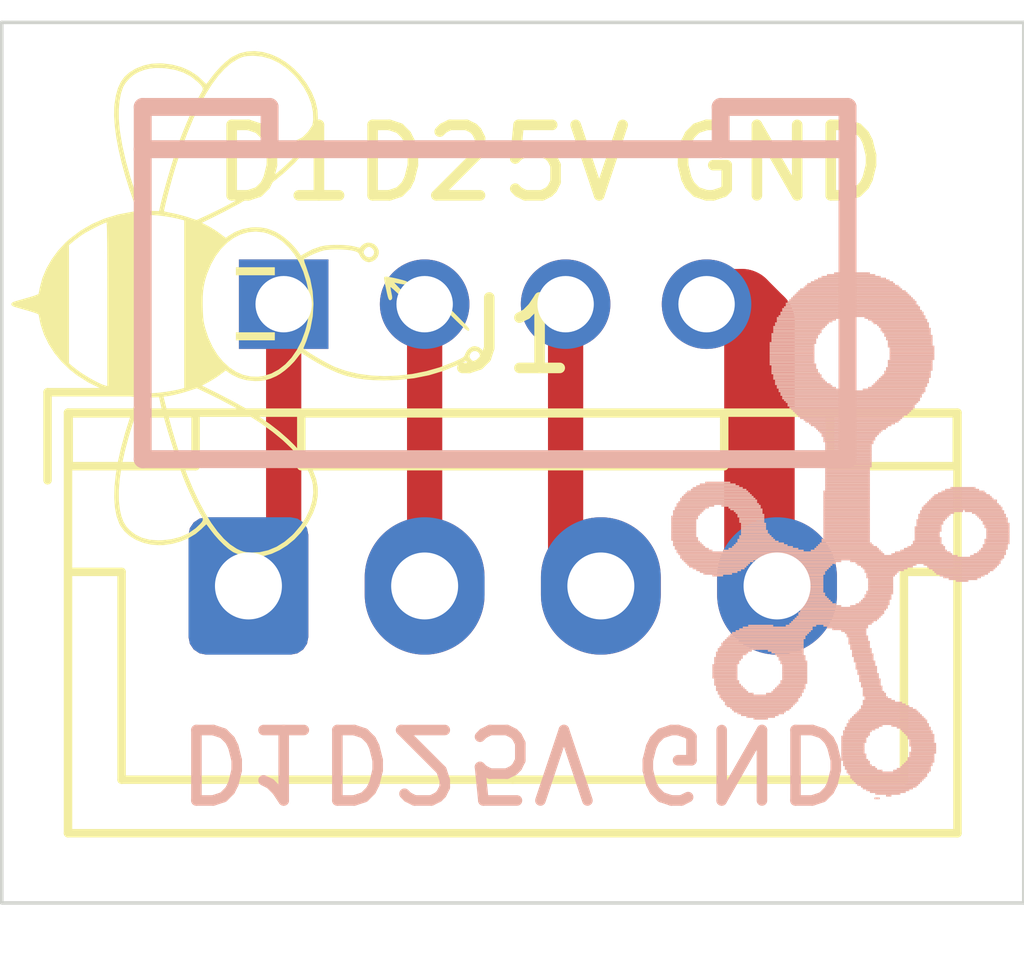
<source format=kicad_pcb>
(kicad_pcb (version 20171130) (host pcbnew "(5.1.10)-1")

  (general
    (thickness 1.6)
    (drawings 12)
    (tracks 9)
    (zones 0)
    (modules 4)
    (nets 5)
  )

  (page A4)
  (layers
    (0 F.Cu signal)
    (31 B.Cu signal)
    (32 B.Adhes user)
    (33 F.Adhes user)
    (34 B.Paste user)
    (35 F.Paste user)
    (36 B.SilkS user)
    (37 F.SilkS user)
    (38 B.Mask user)
    (39 F.Mask user)
    (40 Dwgs.User user)
    (41 Cmts.User user)
    (42 Eco1.User user)
    (43 Eco2.User user)
    (44 Edge.Cuts user)
    (45 Margin user)
    (46 B.CrtYd user)
    (47 F.CrtYd user)
    (48 B.Fab user)
    (49 F.Fab user)
  )

  (setup
    (last_trace_width 0.25)
    (user_trace_width 0.5)
    (trace_clearance 0.2)
    (zone_clearance 0.508)
    (zone_45_only no)
    (trace_min 0.2)
    (via_size 0.8)
    (via_drill 0.4)
    (via_min_size 0.4)
    (via_min_drill 0.3)
    (uvia_size 0.3)
    (uvia_drill 0.1)
    (uvias_allowed no)
    (uvia_min_size 0.2)
    (uvia_min_drill 0.1)
    (edge_width 0.05)
    (segment_width 0.2)
    (pcb_text_width 0.3)
    (pcb_text_size 1.5 1.5)
    (mod_edge_width 0.12)
    (mod_text_size 1 1)
    (mod_text_width 0.15)
    (pad_size 1.524 1.524)
    (pad_drill 0.762)
    (pad_to_mask_clearance 0)
    (aux_axis_origin 0 0)
    (visible_elements 7FFFFFFF)
    (pcbplotparams
      (layerselection 0x010fc_ffffffff)
      (usegerberextensions false)
      (usegerberattributes true)
      (usegerberadvancedattributes true)
      (creategerberjobfile true)
      (excludeedgelayer true)
      (linewidth 0.100000)
      (plotframeref false)
      (viasonmask false)
      (mode 1)
      (useauxorigin false)
      (hpglpennumber 1)
      (hpglpenspeed 20)
      (hpglpendiameter 15.000000)
      (psnegative false)
      (psa4output false)
      (plotreference true)
      (plotvalue true)
      (plotinvisibletext false)
      (padsonsilk false)
      (subtractmaskfromsilk false)
      (outputformat 1)
      (mirror false)
      (drillshape 0)
      (scaleselection 1)
      (outputdirectory "gerber/"))
  )

  (net 0 "")
  (net 1 GND)
  (net 2 +5V)
  (net 3 "Net-(J1-Pad2)")
  (net 4 "Net-(J1-Pad1)")

  (net_class Default "This is the default net class."
    (clearance 0.2)
    (trace_width 0.25)
    (via_dia 0.8)
    (via_drill 0.4)
    (uvia_dia 0.3)
    (uvia_drill 0.1)
    (add_net +5V)
    (add_net GND)
    (add_net "Net-(J1-Pad1)")
    (add_net "Net-(J1-Pad2)")
  )

  (module "Grove-Gas Sensor v1.4:TWIGLOGO" (layer B.Cu) (tedit 0) (tstamp 611766B0)
    (at 184.5 94)
    (fp_text reference U$3 (at 0 0 180) (layer B.SilkS) hide
      (effects (font (size 1.27 1.27) (thickness 0.15)) (justify mirror))
    )
    (fp_text value "" (at 0 0 180) (layer B.SilkS) hide
      (effects (font (size 1.27 1.27) (thickness 0.15)) (justify mirror))
    )
    (fp_poly (pts (xy 0.381 6.5024) (xy 0.4572 6.5024) (xy 0.4572 6.5278) (xy 0.381 6.5278)) (layer B.SilkS) (width 0))
    (fp_poly (pts (xy 0.5461 6.4643) (xy 0.6223 6.4643) (xy 0.6223 6.4897) (xy 0.5461 6.4897)) (layer B.SilkS) (width 0))
    (fp_poly (pts (xy 0.3937 6.4389) (xy 0.7493 6.4389) (xy 0.7493 6.4643) (xy 0.3937 6.4643)) (layer B.SilkS) (width 0))
    (fp_poly (pts (xy 0.3175 6.4135) (xy 0.8255 6.4135) (xy 0.8255 6.4389) (xy 0.3175 6.4389)) (layer B.SilkS) (width 0))
    (fp_poly (pts (xy 0.2667 6.3881) (xy 0.8763 6.3881) (xy 0.8763 6.4135) (xy 0.2667 6.4135)) (layer B.SilkS) (width 0))
    (fp_poly (pts (xy 0.2159 6.3627) (xy 0.9271 6.3627) (xy 0.9271 6.3881) (xy 0.2159 6.3881)) (layer B.SilkS) (width 0))
    (fp_poly (pts (xy 0.1905 6.3373) (xy 0.9779 6.3373) (xy 0.9779 6.3627) (xy 0.1905 6.3627)) (layer B.SilkS) (width 0))
    (fp_poly (pts (xy 0.1397 6.3119) (xy 1.0033 6.3119) (xy 1.0033 6.3373) (xy 0.1397 6.3373)) (layer B.SilkS) (width 0))
    (fp_poly (pts (xy 0.1143 6.2865) (xy 1.0287 6.2865) (xy 1.0287 6.3119) (xy 0.1143 6.3119)) (layer B.SilkS) (width 0))
    (fp_poly (pts (xy 0.0889 6.2611) (xy 1.0541 6.2611) (xy 1.0541 6.2865) (xy 0.0889 6.2865)) (layer B.SilkS) (width 0))
    (fp_poly (pts (xy 0.0635 6.2357) (xy 1.0795 6.2357) (xy 1.0795 6.2611) (xy 0.0635 6.2611)) (layer B.SilkS) (width 0))
    (fp_poly (pts (xy 0.0381 6.2103) (xy 1.1049 6.2103) (xy 1.1049 6.2357) (xy 0.0381 6.2357)) (layer B.SilkS) (width 0))
    (fp_poly (pts (xy 0.0381 6.1849) (xy 1.1303 6.1849) (xy 1.1303 6.2103) (xy 0.0381 6.2103)) (layer B.SilkS) (width 0))
    (fp_poly (pts (xy 0.0127 6.1595) (xy 1.1303 6.1595) (xy 1.1303 6.1849) (xy 0.0127 6.1849)) (layer B.SilkS) (width 0))
    (fp_poly (pts (xy -0.0127 6.1341) (xy 1.1557 6.1341) (xy 1.1557 6.1595) (xy -0.0127 6.1595)) (layer B.SilkS) (width 0))
    (fp_poly (pts (xy 0.6477 6.1087) (xy 1.1811 6.1087) (xy 1.1811 6.1341) (xy 0.6477 6.1341)) (layer B.SilkS) (width 0))
    (fp_poly (pts (xy -0.0127 6.1087) (xy 0.4953 6.1087) (xy 0.4953 6.1341) (xy -0.0127 6.1341)) (layer B.SilkS) (width 0))
    (fp_poly (pts (xy 0.6985 6.0833) (xy 1.1811 6.0833) (xy 1.1811 6.1087) (xy 0.6985 6.1087)) (layer B.SilkS) (width 0))
    (fp_poly (pts (xy -0.0381 6.0833) (xy 0.4191 6.0833) (xy 0.4191 6.1087) (xy -0.0381 6.1087)) (layer B.SilkS) (width 0))
    (fp_poly (pts (xy 0.7493 6.0579) (xy 1.1811 6.0579) (xy 1.1811 6.0833) (xy 0.7493 6.0833)) (layer B.SilkS) (width 0))
    (fp_poly (pts (xy -0.0381 6.0579) (xy 0.3937 6.0579) (xy 0.3937 6.0833) (xy -0.0381 6.0833)) (layer B.SilkS) (width 0))
    (fp_poly (pts (xy 0.7747 6.0325) (xy 1.2065 6.0325) (xy 1.2065 6.0579) (xy 0.7747 6.0579)) (layer B.SilkS) (width 0))
    (fp_poly (pts (xy -0.0635 6.0325) (xy 0.3429 6.0325) (xy 0.3429 6.0579) (xy -0.0635 6.0579)) (layer B.SilkS) (width 0))
    (fp_poly (pts (xy 0.8001 6.0071) (xy 1.2065 6.0071) (xy 1.2065 6.0325) (xy 0.8001 6.0325)) (layer B.SilkS) (width 0))
    (fp_poly (pts (xy -0.0635 6.0071) (xy 0.3175 6.0071) (xy 0.3175 6.0325) (xy -0.0635 6.0325)) (layer B.SilkS) (width 0))
    (fp_poly (pts (xy 0.8255 5.9817) (xy 1.2319 5.9817) (xy 1.2319 6.0071) (xy 0.8255 6.0071)) (layer B.SilkS) (width 0))
    (fp_poly (pts (xy -0.0635 5.9817) (xy 0.3175 5.9817) (xy 0.3175 6.0071) (xy -0.0635 6.0071)) (layer B.SilkS) (width 0))
    (fp_poly (pts (xy 0.8509 5.9563) (xy 1.2319 5.9563) (xy 1.2319 5.9817) (xy 0.8509 5.9817)) (layer B.SilkS) (width 0))
    (fp_poly (pts (xy -0.0889 5.9563) (xy 0.2921 5.9563) (xy 0.2921 5.9817) (xy -0.0889 5.9817)) (layer B.SilkS) (width 0))
    (fp_poly (pts (xy 0.8509 5.9309) (xy 1.2319 5.9309) (xy 1.2319 5.9563) (xy 0.8509 5.9563)) (layer B.SilkS) (width 0))
    (fp_poly (pts (xy -0.0889 5.9309) (xy 0.2667 5.9309) (xy 0.2667 5.9563) (xy -0.0889 5.9563)) (layer B.SilkS) (width 0))
    (fp_poly (pts (xy 0.8763 5.9055) (xy 1.2319 5.9055) (xy 1.2319 5.9309) (xy 0.8763 5.9309)) (layer B.SilkS) (width 0))
    (fp_poly (pts (xy -0.0889 5.9055) (xy 0.2667 5.9055) (xy 0.2667 5.9309) (xy -0.0889 5.9309)) (layer B.SilkS) (width 0))
    (fp_poly (pts (xy 0.8763 5.8801) (xy 1.2319 5.8801) (xy 1.2319 5.9055) (xy 0.8763 5.9055)) (layer B.SilkS) (width 0))
    (fp_poly (pts (xy -0.0889 5.8801) (xy 0.2667 5.8801) (xy 0.2667 5.9055) (xy -0.0889 5.9055)) (layer B.SilkS) (width 0))
    (fp_poly (pts (xy 0.8763 5.8547) (xy 1.2573 5.8547) (xy 1.2573 5.8801) (xy 0.8763 5.8801)) (layer B.SilkS) (width 0))
    (fp_poly (pts (xy -0.0889 5.8547) (xy 0.2413 5.8547) (xy 0.2413 5.8801) (xy -0.0889 5.8801)) (layer B.SilkS) (width 0))
    (fp_poly (pts (xy 0.9017 5.8293) (xy 1.2573 5.8293) (xy 1.2573 5.8547) (xy 0.9017 5.8547)) (layer B.SilkS) (width 0))
    (fp_poly (pts (xy -0.0889 5.8293) (xy 0.2413 5.8293) (xy 0.2413 5.8547) (xy -0.0889 5.8547)) (layer B.SilkS) (width 0))
    (fp_poly (pts (xy 0.9017 5.8039) (xy 1.2573 5.8039) (xy 1.2573 5.8293) (xy 0.9017 5.8293)) (layer B.SilkS) (width 0))
    (fp_poly (pts (xy -0.0889 5.8039) (xy 0.2413 5.8039) (xy 0.2413 5.8293) (xy -0.0889 5.8293)) (layer B.SilkS) (width 0))
    (fp_poly (pts (xy 0.9017 5.7785) (xy 1.2573 5.7785) (xy 1.2573 5.8039) (xy 0.9017 5.8039)) (layer B.SilkS) (width 0))
    (fp_poly (pts (xy -0.0889 5.7785) (xy 0.2413 5.7785) (xy 0.2413 5.8039) (xy -0.0889 5.8039)) (layer B.SilkS) (width 0))
    (fp_poly (pts (xy 0.8763 5.7531) (xy 1.2573 5.7531) (xy 1.2573 5.7785) (xy 0.8763 5.7785)) (layer B.SilkS) (width 0))
    (fp_poly (pts (xy -0.0889 5.7531) (xy 0.2413 5.7531) (xy 0.2413 5.7785) (xy -0.0889 5.7785)) (layer B.SilkS) (width 0))
    (fp_poly (pts (xy 0.8763 5.7277) (xy 1.2573 5.7277) (xy 1.2573 5.7531) (xy 0.8763 5.7531)) (layer B.SilkS) (width 0))
    (fp_poly (pts (xy -0.0889 5.7277) (xy 0.2413 5.7277) (xy 0.2413 5.7531) (xy -0.0889 5.7531)) (layer B.SilkS) (width 0))
    (fp_poly (pts (xy 0.8763 5.7023) (xy 1.2319 5.7023) (xy 1.2319 5.7277) (xy 0.8763 5.7277)) (layer B.SilkS) (width 0))
    (fp_poly (pts (xy -0.0889 5.7023) (xy 0.2667 5.7023) (xy 0.2667 5.7277) (xy -0.0889 5.7277)) (layer B.SilkS) (width 0))
    (fp_poly (pts (xy 0.8763 5.6769) (xy 1.2319 5.6769) (xy 1.2319 5.7023) (xy 0.8763 5.7023)) (layer B.SilkS) (width 0))
    (fp_poly (pts (xy -0.0889 5.6769) (xy 0.2667 5.6769) (xy 0.2667 5.7023) (xy -0.0889 5.7023)) (layer B.SilkS) (width 0))
    (fp_poly (pts (xy 0.8509 5.6515) (xy 1.2319 5.6515) (xy 1.2319 5.6769) (xy 0.8509 5.6769)) (layer B.SilkS) (width 0))
    (fp_poly (pts (xy -0.0889 5.6515) (xy 0.2667 5.6515) (xy 0.2667 5.6769) (xy -0.0889 5.6769)) (layer B.SilkS) (width 0))
    (fp_poly (pts (xy 0.8509 5.6261) (xy 1.2319 5.6261) (xy 1.2319 5.6515) (xy 0.8509 5.6515)) (layer B.SilkS) (width 0))
    (fp_poly (pts (xy -0.0889 5.6261) (xy 0.2921 5.6261) (xy 0.2921 5.6515) (xy -0.0889 5.6515)) (layer B.SilkS) (width 0))
    (fp_poly (pts (xy 0.8255 5.6007) (xy 1.2319 5.6007) (xy 1.2319 5.6261) (xy 0.8255 5.6261)) (layer B.SilkS) (width 0))
    (fp_poly (pts (xy -0.0635 5.6007) (xy 0.3175 5.6007) (xy 0.3175 5.6261) (xy -0.0635 5.6261)) (layer B.SilkS) (width 0))
    (fp_poly (pts (xy 0.8001 5.5753) (xy 1.2065 5.5753) (xy 1.2065 5.6007) (xy 0.8001 5.6007)) (layer B.SilkS) (width 0))
    (fp_poly (pts (xy -0.0635 5.5753) (xy 0.3175 5.5753) (xy 0.3175 5.6007) (xy -0.0635 5.6007)) (layer B.SilkS) (width 0))
    (fp_poly (pts (xy 0.7747 5.5499) (xy 1.2065 5.5499) (xy 1.2065 5.5753) (xy 0.7747 5.5753)) (layer B.SilkS) (width 0))
    (fp_poly (pts (xy -0.0635 5.5499) (xy 0.3429 5.5499) (xy 0.3429 5.5753) (xy -0.0635 5.5753)) (layer B.SilkS) (width 0))
    (fp_poly (pts (xy 0.7493 5.5245) (xy 1.1811 5.5245) (xy 1.1811 5.5499) (xy 0.7493 5.5499)) (layer B.SilkS) (width 0))
    (fp_poly (pts (xy -0.0381 5.5245) (xy 0.3937 5.5245) (xy 0.3937 5.5499) (xy -0.0381 5.5499)) (layer B.SilkS) (width 0))
    (fp_poly (pts (xy 0.6985 5.4991) (xy 1.1811 5.4991) (xy 1.1811 5.5245) (xy 0.6985 5.5245)) (layer B.SilkS) (width 0))
    (fp_poly (pts (xy -0.0381 5.4991) (xy 0.4445 5.4991) (xy 0.4445 5.5245) (xy -0.0381 5.5245)) (layer B.SilkS) (width 0))
    (fp_poly (pts (xy 0.6223 5.4737) (xy 1.1557 5.4737) (xy 1.1557 5.4991) (xy 0.6223 5.4991)) (layer B.SilkS) (width 0))
    (fp_poly (pts (xy -0.0127 5.4737) (xy 0.4953 5.4737) (xy 0.4953 5.4991) (xy -0.0127 5.4991)) (layer B.SilkS) (width 0))
    (fp_poly (pts (xy -0.0127 5.4483) (xy 1.1557 5.4483) (xy 1.1557 5.4737) (xy -0.0127 5.4737)) (layer B.SilkS) (width 0))
    (fp_poly (pts (xy 0.0127 5.4229) (xy 1.1303 5.4229) (xy 1.1303 5.4483) (xy 0.0127 5.4483)) (layer B.SilkS) (width 0))
    (fp_poly (pts (xy 0.0127 5.3975) (xy 1.1303 5.3975) (xy 1.1303 5.4229) (xy 0.0127 5.4229)) (layer B.SilkS) (width 0))
    (fp_poly (pts (xy 0.0381 5.3721) (xy 1.1049 5.3721) (xy 1.1049 5.3975) (xy 0.0381 5.3975)) (layer B.SilkS) (width 0))
    (fp_poly (pts (xy -1.3335 5.3721) (xy -1.1303 5.3721) (xy -1.1303 5.3975) (xy -1.3335 5.3975)) (layer B.SilkS) (width 0))
    (fp_poly (pts (xy 0.0635 5.3467) (xy 1.0795 5.3467) (xy 1.0795 5.3721) (xy 0.0635 5.3721)) (layer B.SilkS) (width 0))
    (fp_poly (pts (xy -1.4351 5.3467) (xy -1.0287 5.3467) (xy -1.0287 5.3721) (xy -1.4351 5.3721)) (layer B.SilkS) (width 0))
    (fp_poly (pts (xy 0.0889 5.3213) (xy 1.0541 5.3213) (xy 1.0541 5.3467) (xy 0.0889 5.3467)) (layer B.SilkS) (width 0))
    (fp_poly (pts (xy -1.5113 5.3213) (xy -0.9779 5.3213) (xy -0.9779 5.3467) (xy -1.5113 5.3467)) (layer B.SilkS) (width 0))
    (fp_poly (pts (xy 0.1143 5.2959) (xy 1.0287 5.2959) (xy 1.0287 5.3213) (xy 0.1143 5.3213)) (layer B.SilkS) (width 0))
    (fp_poly (pts (xy -1.5621 5.2959) (xy -0.9017 5.2959) (xy -0.9017 5.3213) (xy -1.5621 5.3213)) (layer B.SilkS) (width 0))
    (fp_poly (pts (xy 0.1397 5.2705) (xy 1.0033 5.2705) (xy 1.0033 5.2959) (xy 0.1397 5.2959)) (layer B.SilkS) (width 0))
    (fp_poly (pts (xy -1.6129 5.2705) (xy -0.8763 5.2705) (xy -0.8763 5.2959) (xy -1.6129 5.2959)) (layer B.SilkS) (width 0))
    (fp_poly (pts (xy 0.1651 5.2451) (xy 0.9779 5.2451) (xy 0.9779 5.2705) (xy 0.1651 5.2705)) (layer B.SilkS) (width 0))
    (fp_poly (pts (xy -1.6383 5.2451) (xy -0.8255 5.2451) (xy -0.8255 5.2705) (xy -1.6383 5.2705)) (layer B.SilkS) (width 0))
    (fp_poly (pts (xy 0.1905 5.2197) (xy 0.9271 5.2197) (xy 0.9271 5.2451) (xy 0.1905 5.2451)) (layer B.SilkS) (width 0))
    (fp_poly (pts (xy -1.6637 5.2197) (xy -0.8001 5.2197) (xy -0.8001 5.2451) (xy -1.6637 5.2451)) (layer B.SilkS) (width 0))
    (fp_poly (pts (xy 0.1905 5.1943) (xy 0.8763 5.1943) (xy 0.8763 5.2197) (xy 0.1905 5.2197)) (layer B.SilkS) (width 0))
    (fp_poly (pts (xy -1.7145 5.1943) (xy -0.7747 5.1943) (xy -0.7747 5.2197) (xy -1.7145 5.2197)) (layer B.SilkS) (width 0))
    (fp_poly (pts (xy 0.2159 5.1689) (xy 0.8255 5.1689) (xy 0.8255 5.1943) (xy 0.2159 5.1943)) (layer B.SilkS) (width 0))
    (fp_poly (pts (xy -1.7399 5.1689) (xy -0.7493 5.1689) (xy -0.7493 5.1943) (xy -1.7399 5.1943)) (layer B.SilkS) (width 0))
    (fp_poly (pts (xy 0.2159 5.1435) (xy 0.7747 5.1435) (xy 0.7747 5.1689) (xy 0.2159 5.1689)) (layer B.SilkS) (width 0))
    (fp_poly (pts (xy -1.7399 5.1435) (xy -0.7239 5.1435) (xy -0.7239 5.1689) (xy -1.7399 5.1689)) (layer B.SilkS) (width 0))
    (fp_poly (pts (xy 0.2159 5.1181) (xy 0.6731 5.1181) (xy 0.6731 5.1435) (xy 0.2159 5.1435)) (layer B.SilkS) (width 0))
    (fp_poly (pts (xy -1.7653 5.1181) (xy -0.6985 5.1181) (xy -0.6985 5.1435) (xy -1.7653 5.1435)) (layer B.SilkS) (width 0))
    (fp_poly (pts (xy 0.2413 5.0927) (xy 0.6223 5.0927) (xy 0.6223 5.1181) (xy 0.2413 5.1181)) (layer B.SilkS) (width 0))
    (fp_poly (pts (xy -1.7907 5.0927) (xy -0.6985 5.0927) (xy -0.6985 5.1181) (xy -1.7907 5.1181)) (layer B.SilkS) (width 0))
    (fp_poly (pts (xy 0.2413 5.0673) (xy 0.5715 5.0673) (xy 0.5715 5.0927) (xy 0.2413 5.0927)) (layer B.SilkS) (width 0))
    (fp_poly (pts (xy -1.8161 5.0673) (xy -0.6731 5.0673) (xy -0.6731 5.0927) (xy -1.8161 5.0927)) (layer B.SilkS) (width 0))
    (fp_poly (pts (xy 0.2159 5.0419) (xy 0.5461 5.0419) (xy 0.5461 5.0673) (xy 0.2159 5.0673)) (layer B.SilkS) (width 0))
    (fp_poly (pts (xy -1.8161 5.0419) (xy -0.6477 5.0419) (xy -0.6477 5.0673) (xy -1.8161 5.0673)) (layer B.SilkS) (width 0))
    (fp_poly (pts (xy 0.2159 5.0165) (xy 0.5461 5.0165) (xy 0.5461 5.0419) (xy 0.2159 5.0419)) (layer B.SilkS) (width 0))
    (fp_poly (pts (xy -1.1557 5.0165) (xy -0.6477 5.0165) (xy -0.6477 5.0419) (xy -1.1557 5.0419)) (layer B.SilkS) (width 0))
    (fp_poly (pts (xy -1.8415 5.0165) (xy -1.3335 5.0165) (xy -1.3335 5.0419) (xy -1.8415 5.0419)) (layer B.SilkS) (width 0))
    (fp_poly (pts (xy 0.2159 4.9911) (xy 0.5207 4.9911) (xy 0.5207 5.0165) (xy 0.2159 5.0165)) (layer B.SilkS) (width 0))
    (fp_poly (pts (xy -1.0795 4.9911) (xy -0.6223 4.9911) (xy -0.6223 5.0165) (xy -1.0795 5.0165)) (layer B.SilkS) (width 0))
    (fp_poly (pts (xy -1.8415 4.9911) (xy -1.4097 4.9911) (xy -1.4097 5.0165) (xy -1.8415 5.0165)) (layer B.SilkS) (width 0))
    (fp_poly (pts (xy 0.2159 4.9657) (xy 0.4953 4.9657) (xy 0.4953 4.9911) (xy 0.2159 4.9911)) (layer B.SilkS) (width 0))
    (fp_poly (pts (xy -1.0541 4.9657) (xy -0.6223 4.9657) (xy -0.6223 4.9911) (xy -1.0541 4.9911)) (layer B.SilkS) (width 0))
    (fp_poly (pts (xy -1.8669 4.9657) (xy -1.4351 4.9657) (xy -1.4351 4.9911) (xy -1.8669 4.9911)) (layer B.SilkS) (width 0))
    (fp_poly (pts (xy 0.2159 4.9403) (xy 0.4953 4.9403) (xy 0.4953 4.9657) (xy 0.2159 4.9657)) (layer B.SilkS) (width 0))
    (fp_poly (pts (xy -1.0287 4.9403) (xy -0.5969 4.9403) (xy -0.5969 4.9657) (xy -1.0287 4.9657)) (layer B.SilkS) (width 0))
    (fp_poly (pts (xy -1.8669 4.9403) (xy -1.4605 4.9403) (xy -1.4605 4.9657) (xy -1.8669 4.9657)) (layer B.SilkS) (width 0))
    (fp_poly (pts (xy 0.1905 4.9149) (xy 0.4953 4.9149) (xy 0.4953 4.9403) (xy 0.1905 4.9403)) (layer B.SilkS) (width 0))
    (fp_poly (pts (xy -1.0033 4.9149) (xy -0.5969 4.9149) (xy -0.5969 4.9403) (xy -1.0033 4.9403)) (layer B.SilkS) (width 0))
    (fp_poly (pts (xy -1.8669 4.9149) (xy -1.4859 4.9149) (xy -1.4859 4.9403) (xy -1.8669 4.9403)) (layer B.SilkS) (width 0))
    (fp_poly (pts (xy 0.1905 4.8895) (xy 0.4699 4.8895) (xy 0.4699 4.9149) (xy 0.1905 4.9149)) (layer B.SilkS) (width 0))
    (fp_poly (pts (xy -0.9779 4.8895) (xy -0.5969 4.8895) (xy -0.5969 4.9149) (xy -0.9779 4.9149)) (layer B.SilkS) (width 0))
    (fp_poly (pts (xy -1.8923 4.8895) (xy -1.5113 4.8895) (xy -1.5113 4.9149) (xy -1.8923 4.9149)) (layer B.SilkS) (width 0))
    (fp_poly (pts (xy 0.1905 4.8641) (xy 0.4699 4.8641) (xy 0.4699 4.8895) (xy 0.1905 4.8895)) (layer B.SilkS) (width 0))
    (fp_poly (pts (xy -0.9525 4.8641) (xy -0.5715 4.8641) (xy -0.5715 4.8895) (xy -0.9525 4.8895)) (layer B.SilkS) (width 0))
    (fp_poly (pts (xy -1.8923 4.8641) (xy -1.5367 4.8641) (xy -1.5367 4.8895) (xy -1.8923 4.8895)) (layer B.SilkS) (width 0))
    (fp_poly (pts (xy 0.1651 4.8387) (xy 0.4699 4.8387) (xy 0.4699 4.8641) (xy 0.1651 4.8641)) (layer B.SilkS) (width 0))
    (fp_poly (pts (xy -0.9525 4.8387) (xy -0.5715 4.8387) (xy -0.5715 4.8641) (xy -0.9525 4.8641)) (layer B.SilkS) (width 0))
    (fp_poly (pts (xy -1.8923 4.8387) (xy -1.5367 4.8387) (xy -1.5367 4.8641) (xy -1.8923 4.8641)) (layer B.SilkS) (width 0))
    (fp_poly (pts (xy 0.1651 4.8133) (xy 0.4699 4.8133) (xy 0.4699 4.8387) (xy 0.1651 4.8387)) (layer B.SilkS) (width 0))
    (fp_poly (pts (xy -0.9271 4.8133) (xy -0.5715 4.8133) (xy -0.5715 4.8387) (xy -0.9271 4.8387)) (layer B.SilkS) (width 0))
    (fp_poly (pts (xy -1.8923 4.8133) (xy -1.5621 4.8133) (xy -1.5621 4.8387) (xy -1.8923 4.8387)) (layer B.SilkS) (width 0))
    (fp_poly (pts (xy 0.1651 4.7879) (xy 0.4445 4.7879) (xy 0.4445 4.8133) (xy 0.1651 4.8133)) (layer B.SilkS) (width 0))
    (fp_poly (pts (xy -0.9271 4.7879) (xy -0.5715 4.7879) (xy -0.5715 4.8133) (xy -0.9271 4.8133)) (layer B.SilkS) (width 0))
    (fp_poly (pts (xy -1.9177 4.7879) (xy -1.5621 4.7879) (xy -1.5621 4.8133) (xy -1.9177 4.8133)) (layer B.SilkS) (width 0))
    (fp_poly (pts (xy 0.1651 4.7625) (xy 0.4445 4.7625) (xy 0.4445 4.7879) (xy 0.1651 4.7879)) (layer B.SilkS) (width 0))
    (fp_poly (pts (xy -0.9271 4.7625) (xy -0.5715 4.7625) (xy -0.5715 4.7879) (xy -0.9271 4.7879)) (layer B.SilkS) (width 0))
    (fp_poly (pts (xy -1.9177 4.7625) (xy -1.5621 4.7625) (xy -1.5621 4.7879) (xy -1.9177 4.7879)) (layer B.SilkS) (width 0))
    (fp_poly (pts (xy 0.1397 4.7371) (xy 0.4445 4.7371) (xy 0.4445 4.7625) (xy 0.1397 4.7625)) (layer B.SilkS) (width 0))
    (fp_poly (pts (xy -0.9271 4.7371) (xy -0.5715 4.7371) (xy -0.5715 4.7625) (xy -0.9271 4.7625)) (layer B.SilkS) (width 0))
    (fp_poly (pts (xy -1.9177 4.7371) (xy -1.5621 4.7371) (xy -1.5621 4.7625) (xy -1.9177 4.7625)) (layer B.SilkS) (width 0))
    (fp_poly (pts (xy 0.1397 4.7117) (xy 0.4191 4.7117) (xy 0.4191 4.7371) (xy 0.1397 4.7371)) (layer B.SilkS) (width 0))
    (fp_poly (pts (xy -0.9271 4.7117) (xy -0.5715 4.7117) (xy -0.5715 4.7371) (xy -0.9271 4.7371)) (layer B.SilkS) (width 0))
    (fp_poly (pts (xy -1.9177 4.7117) (xy -1.5621 4.7117) (xy -1.5621 4.7371) (xy -1.9177 4.7371)) (layer B.SilkS) (width 0))
    (fp_poly (pts (xy 0.1397 4.6863) (xy 0.4191 4.6863) (xy 0.4191 4.7117) (xy 0.1397 4.7117)) (layer B.SilkS) (width 0))
    (fp_poly (pts (xy -0.9271 4.6863) (xy -0.5715 4.6863) (xy -0.5715 4.7117) (xy -0.9271 4.7117)) (layer B.SilkS) (width 0))
    (fp_poly (pts (xy -1.9177 4.6863) (xy -1.5621 4.6863) (xy -1.5621 4.7117) (xy -1.9177 4.7117)) (layer B.SilkS) (width 0))
    (fp_poly (pts (xy 0.1143 4.6609) (xy 0.4191 4.6609) (xy 0.4191 4.6863) (xy 0.1143 4.6863)) (layer B.SilkS) (width 0))
    (fp_poly (pts (xy -0.9271 4.6609) (xy -0.5715 4.6609) (xy -0.5715 4.6863) (xy -0.9271 4.6863)) (layer B.SilkS) (width 0))
    (fp_poly (pts (xy -1.9177 4.6609) (xy -1.5621 4.6609) (xy -1.5621 4.6863) (xy -1.9177 4.6863)) (layer B.SilkS) (width 0))
    (fp_poly (pts (xy 0.1143 4.6355) (xy 0.4191 4.6355) (xy 0.4191 4.6609) (xy 0.1143 4.6609)) (layer B.SilkS) (width 0))
    (fp_poly (pts (xy -0.9271 4.6355) (xy -0.5715 4.6355) (xy -0.5715 4.6609) (xy -0.9271 4.6609)) (layer B.SilkS) (width 0))
    (fp_poly (pts (xy -1.9177 4.6355) (xy -1.5621 4.6355) (xy -1.5621 4.6609) (xy -1.9177 4.6609)) (layer B.SilkS) (width 0))
    (fp_poly (pts (xy 0.1143 4.6101) (xy 0.3937 4.6101) (xy 0.3937 4.6355) (xy 0.1143 4.6355)) (layer B.SilkS) (width 0))
    (fp_poly (pts (xy -0.9271 4.6101) (xy -0.5715 4.6101) (xy -0.5715 4.6355) (xy -0.9271 4.6355)) (layer B.SilkS) (width 0))
    (fp_poly (pts (xy -1.9177 4.6101) (xy -1.5621 4.6101) (xy -1.5621 4.6355) (xy -1.9177 4.6355)) (layer B.SilkS) (width 0))
    (fp_poly (pts (xy 0.1143 4.5847) (xy 0.3937 4.5847) (xy 0.3937 4.6101) (xy 0.1143 4.6101)) (layer B.SilkS) (width 0))
    (fp_poly (pts (xy -0.9525 4.5847) (xy -0.5715 4.5847) (xy -0.5715 4.6101) (xy -0.9525 4.6101)) (layer B.SilkS) (width 0))
    (fp_poly (pts (xy -1.8923 4.5847) (xy -1.5367 4.5847) (xy -1.5367 4.6101) (xy -1.8923 4.6101)) (layer B.SilkS) (width 0))
    (fp_poly (pts (xy 0.0889 4.5593) (xy 0.3937 4.5593) (xy 0.3937 4.5847) (xy 0.0889 4.5847)) (layer B.SilkS) (width 0))
    (fp_poly (pts (xy -0.9525 4.5593) (xy -0.5715 4.5593) (xy -0.5715 4.5847) (xy -0.9525 4.5847)) (layer B.SilkS) (width 0))
    (fp_poly (pts (xy -1.8923 4.5593) (xy -1.5367 4.5593) (xy -1.5367 4.5847) (xy -1.8923 4.5847)) (layer B.SilkS) (width 0))
    (fp_poly (pts (xy 0.0889 4.5339) (xy 0.3683 4.5339) (xy 0.3683 4.5593) (xy 0.0889 4.5593)) (layer B.SilkS) (width 0))
    (fp_poly (pts (xy -0.9779 4.5339) (xy -0.5969 4.5339) (xy -0.5969 4.5593) (xy -0.9779 4.5593)) (layer B.SilkS) (width 0))
    (fp_poly (pts (xy -1.8923 4.5339) (xy -1.5113 4.5339) (xy -1.5113 4.5593) (xy -1.8923 4.5593)) (layer B.SilkS) (width 0))
    (fp_poly (pts (xy 0.0889 4.5085) (xy 0.3683 4.5085) (xy 0.3683 4.5339) (xy 0.0889 4.5339)) (layer B.SilkS) (width 0))
    (fp_poly (pts (xy -0.9779 4.5085) (xy -0.5969 4.5085) (xy -0.5969 4.5339) (xy -0.9779 4.5339)) (layer B.SilkS) (width 0))
    (fp_poly (pts (xy -1.8923 4.5085) (xy -1.4859 4.5085) (xy -1.4859 4.5339) (xy -1.8923 4.5339)) (layer B.SilkS) (width 0))
    (fp_poly (pts (xy 0.0635 4.4831) (xy 0.3683 4.4831) (xy 0.3683 4.5085) (xy 0.0635 4.5085)) (layer B.SilkS) (width 0))
    (fp_poly (pts (xy -1.0033 4.4831) (xy -0.5969 4.4831) (xy -0.5969 4.5085) (xy -1.0033 4.5085)) (layer B.SilkS) (width 0))
    (fp_poly (pts (xy -1.8669 4.4831) (xy -1.4859 4.4831) (xy -1.4859 4.5085) (xy -1.8669 4.5085)) (layer B.SilkS) (width 0))
    (fp_poly (pts (xy 0.0635 4.4577) (xy 0.3683 4.4577) (xy 0.3683 4.4831) (xy 0.0635 4.4831)) (layer B.SilkS) (width 0))
    (fp_poly (pts (xy -1.0287 4.4577) (xy -0.6223 4.4577) (xy -0.6223 4.4831) (xy -1.0287 4.4831)) (layer B.SilkS) (width 0))
    (fp_poly (pts (xy -1.8669 4.4577) (xy -1.4351 4.4577) (xy -1.4351 4.4831) (xy -1.8669 4.4831)) (layer B.SilkS) (width 0))
    (fp_poly (pts (xy 0.0635 4.4323) (xy 0.3429 4.4323) (xy 0.3429 4.4577) (xy 0.0635 4.4577)) (layer B.SilkS) (width 0))
    (fp_poly (pts (xy -1.0795 4.4323) (xy -0.6223 4.4323) (xy -0.6223 4.4577) (xy -1.0795 4.4577)) (layer B.SilkS) (width 0))
    (fp_poly (pts (xy -1.8669 4.4323) (xy -1.4097 4.4323) (xy -1.4097 4.4577) (xy -1.8669 4.4577)) (layer B.SilkS) (width 0))
    (fp_poly (pts (xy 0.0635 4.4069) (xy 0.3429 4.4069) (xy 0.3429 4.4323) (xy 0.0635 4.4323)) (layer B.SilkS) (width 0))
    (fp_poly (pts (xy -1.1303 4.4069) (xy -0.6223 4.4069) (xy -0.6223 4.4323) (xy -1.1303 4.4323)) (layer B.SilkS) (width 0))
    (fp_poly (pts (xy -1.8415 4.4069) (xy -1.3589 4.4069) (xy -1.3589 4.4323) (xy -1.8415 4.4323)) (layer B.SilkS) (width 0))
    (fp_poly (pts (xy 0.0381 4.3815) (xy 0.3429 4.3815) (xy 0.3429 4.4069) (xy 0.0381 4.4069)) (layer B.SilkS) (width 0))
    (fp_poly (pts (xy -1.8415 4.3815) (xy -0.6223 4.3815) (xy -0.6223 4.4069) (xy -1.8415 4.4069)) (layer B.SilkS) (width 0))
    (fp_poly (pts (xy 0.0381 4.3561) (xy 0.3175 4.3561) (xy 0.3175 4.3815) (xy 0.0381 4.3815)) (layer B.SilkS) (width 0))
    (fp_poly (pts (xy -1.8161 4.3561) (xy -0.6223 4.3561) (xy -0.6223 4.3815) (xy -1.8161 4.3815)) (layer B.SilkS) (width 0))
    (fp_poly (pts (xy 0.0381 4.3307) (xy 0.3175 4.3307) (xy 0.3175 4.3561) (xy 0.0381 4.3561)) (layer B.SilkS) (width 0))
    (fp_poly (pts (xy -1.7907 4.3307) (xy -0.6223 4.3307) (xy -0.6223 4.3561) (xy -1.7907 4.3561)) (layer B.SilkS) (width 0))
    (fp_poly (pts (xy 0.0127 4.3053) (xy 0.3175 4.3053) (xy 0.3175 4.3307) (xy 0.0127 4.3307)) (layer B.SilkS) (width 0))
    (fp_poly (pts (xy -1.7907 4.3053) (xy -0.6223 4.3053) (xy -0.6223 4.3307) (xy -1.7907 4.3307)) (layer B.SilkS) (width 0))
    (fp_poly (pts (xy 0.0127 4.2799) (xy 0.3175 4.2799) (xy 0.3175 4.3053) (xy 0.0127 4.3053)) (layer B.SilkS) (width 0))
    (fp_poly (pts (xy -1.7653 4.2799) (xy -0.6223 4.2799) (xy -0.6223 4.3053) (xy -1.7653 4.3053)) (layer B.SilkS) (width 0))
    (fp_poly (pts (xy 0.0127 4.2545) (xy 0.2921 4.2545) (xy 0.2921 4.2799) (xy 0.0127 4.2799)) (layer B.SilkS) (width 0))
    (fp_poly (pts (xy -1.7399 4.2545) (xy -0.6223 4.2545) (xy -0.6223 4.2799) (xy -1.7399 4.2799)) (layer B.SilkS) (width 0))
    (fp_poly (pts (xy 0.0127 4.2291) (xy 0.2921 4.2291) (xy 0.2921 4.2545) (xy 0.0127 4.2545)) (layer B.SilkS) (width 0))
    (fp_poly (pts (xy -1.7145 4.2291) (xy -0.5969 4.2291) (xy -0.5969 4.2545) (xy -1.7145 4.2545)) (layer B.SilkS) (width 0))
    (fp_poly (pts (xy -0.0127 4.2037) (xy 0.2921 4.2037) (xy 0.2921 4.2291) (xy -0.0127 4.2291)) (layer B.SilkS) (width 0))
    (fp_poly (pts (xy -1.6891 4.2037) (xy -0.5969 4.2037) (xy -0.5969 4.2291) (xy -1.6891 4.2291)) (layer B.SilkS) (width 0))
    (fp_poly (pts (xy -0.0127 4.1783) (xy 0.2667 4.1783) (xy 0.2667 4.2037) (xy -0.0127 4.2037)) (layer B.SilkS) (width 0))
    (fp_poly (pts (xy -1.6637 4.1783) (xy -0.5715 4.1783) (xy -0.5715 4.2037) (xy -1.6637 4.2037)) (layer B.SilkS) (width 0))
    (fp_poly (pts (xy -0.0381 4.1529) (xy 0.2667 4.1529) (xy 0.2667 4.1783) (xy -0.0381 4.1783)) (layer B.SilkS) (width 0))
    (fp_poly (pts (xy -1.6383 4.1529) (xy -0.5461 4.1529) (xy -0.5461 4.1783) (xy -1.6383 4.1783)) (layer B.SilkS) (width 0))
    (fp_poly (pts (xy -0.0889 4.1275) (xy 0.2667 4.1275) (xy 0.2667 4.1529) (xy -0.0889 4.1529)) (layer B.SilkS) (width 0))
    (fp_poly (pts (xy -1.5875 4.1275) (xy -0.5207 4.1275) (xy -0.5207 4.1529) (xy -1.5875 4.1529)) (layer B.SilkS) (width 0))
    (fp_poly (pts (xy -0.2159 4.1021) (xy 0.2667 4.1021) (xy 0.2667 4.1275) (xy -0.2159 4.1275)) (layer B.SilkS) (width 0))
    (fp_poly (pts (xy -1.5367 4.1021) (xy -0.4953 4.1021) (xy -0.4953 4.1275) (xy -1.5367 4.1275)) (layer B.SilkS) (width 0))
    (fp_poly (pts (xy -0.2921 4.0767) (xy 0.2921 4.0767) (xy 0.2921 4.1021) (xy -0.2921 4.1021)) (layer B.SilkS) (width 0))
    (fp_poly (pts (xy -1.4859 4.0767) (xy -0.4953 4.0767) (xy -0.4953 4.1021) (xy -1.4859 4.1021)) (layer B.SilkS) (width 0))
    (fp_poly (pts (xy -0.3429 4.0513) (xy 0.2921 4.0513) (xy 0.2921 4.0767) (xy -0.3429 4.0767)) (layer B.SilkS) (width 0))
    (fp_poly (pts (xy -0.8763 4.0513) (xy -0.4445 4.0513) (xy -0.4445 4.0767) (xy -0.8763 4.0767)) (layer B.SilkS) (width 0))
    (fp_poly (pts (xy -1.4097 4.0513) (xy -1.0541 4.0513) (xy -1.0541 4.0767) (xy -1.4097 4.0767)) (layer B.SilkS) (width 0))
    (fp_poly (pts (xy -0.8255 4.0259) (xy 0.3429 4.0259) (xy 0.3429 4.0513) (xy -0.8255 4.0513)) (layer B.SilkS) (width 0))
    (fp_poly (pts (xy -0.8001 4.0005) (xy 0.3683 4.0005) (xy 0.3683 4.0259) (xy -0.8001 4.0259)) (layer B.SilkS) (width 0))
    (fp_poly (pts (xy -0.7747 3.9751) (xy 0.4191 3.9751) (xy 0.4191 4.0005) (xy -0.7747 4.0005)) (layer B.SilkS) (width 0))
    (fp_poly (pts (xy -0.7493 3.9497) (xy 0.4445 3.9497) (xy 0.4445 3.9751) (xy -0.7493 3.9751)) (layer B.SilkS) (width 0))
    (fp_poly (pts (xy -0.7239 3.9243) (xy 0.4699 3.9243) (xy 0.4699 3.9497) (xy -0.7239 3.9497)) (layer B.SilkS) (width 0))
    (fp_poly (pts (xy -0.6985 3.8989) (xy 0.4953 3.8989) (xy 0.4953 3.9243) (xy -0.6985 3.9243)) (layer B.SilkS) (width 0))
    (fp_poly (pts (xy -0.6985 3.8735) (xy 0.5207 3.8735) (xy 0.5207 3.8989) (xy -0.6985 3.8989)) (layer B.SilkS) (width 0))
    (fp_poly (pts (xy -0.6731 3.8481) (xy 0.5207 3.8481) (xy 0.5207 3.8735) (xy -0.6731 3.8735)) (layer B.SilkS) (width 0))
    (fp_poly (pts (xy -0.6731 3.8227) (xy 0.5461 3.8227) (xy 0.5461 3.8481) (xy -0.6731 3.8481)) (layer B.SilkS) (width 0))
    (fp_poly (pts (xy -0.6477 3.7973) (xy 0.5715 3.7973) (xy 0.5715 3.8227) (xy -0.6477 3.8227)) (layer B.SilkS) (width 0))
    (fp_poly (pts (xy 0.0381 3.7719) (xy 0.5715 3.7719) (xy 0.5715 3.7973) (xy 0.0381 3.7973)) (layer B.SilkS) (width 0))
    (fp_poly (pts (xy -0.6477 3.7719) (xy -0.0889 3.7719) (xy -0.0889 3.7973) (xy -0.6477 3.7973)) (layer B.SilkS) (width 0))
    (fp_poly (pts (xy 0.1143 3.7465) (xy 0.5969 3.7465) (xy 0.5969 3.7719) (xy 0.1143 3.7719)) (layer B.SilkS) (width 0))
    (fp_poly (pts (xy -0.6477 3.7465) (xy -0.1651 3.7465) (xy -0.1651 3.7719) (xy -0.6477 3.7719)) (layer B.SilkS) (width 0))
    (fp_poly (pts (xy 0.1651 3.7211) (xy 0.5969 3.7211) (xy 0.5969 3.7465) (xy 0.1651 3.7465)) (layer B.SilkS) (width 0))
    (fp_poly (pts (xy -0.6477 3.7211) (xy -0.2159 3.7211) (xy -0.2159 3.7465) (xy -0.6477 3.7465)) (layer B.SilkS) (width 0))
    (fp_poly (pts (xy 0.1905 3.6957) (xy 0.5969 3.6957) (xy 0.5969 3.7211) (xy 0.1905 3.7211)) (layer B.SilkS) (width 0))
    (fp_poly (pts (xy -0.6477 3.6957) (xy -0.2413 3.6957) (xy -0.2413 3.7211) (xy -0.6477 3.7211)) (layer B.SilkS) (width 0))
    (fp_poly (pts (xy 0.2159 3.6703) (xy 0.6223 3.6703) (xy 0.6223 3.6957) (xy 0.2159 3.6957)) (layer B.SilkS) (width 0))
    (fp_poly (pts (xy -0.6731 3.6703) (xy -0.2667 3.6703) (xy -0.2667 3.6957) (xy -0.6731 3.6957)) (layer B.SilkS) (width 0))
    (fp_poly (pts (xy 0.2413 3.6449) (xy 0.6223 3.6449) (xy 0.6223 3.6703) (xy 0.2413 3.6703)) (layer B.SilkS) (width 0))
    (fp_poly (pts (xy -0.6731 3.6449) (xy -0.2921 3.6449) (xy -0.2921 3.6703) (xy -0.6731 3.6703)) (layer B.SilkS) (width 0))
    (fp_poly (pts (xy 0.2413 3.6195) (xy 0.6223 3.6195) (xy 0.6223 3.6449) (xy 0.2413 3.6449)) (layer B.SilkS) (width 0))
    (fp_poly (pts (xy -0.6731 3.6195) (xy -0.3175 3.6195) (xy -0.3175 3.6449) (xy -0.6731 3.6449)) (layer B.SilkS) (width 0))
    (fp_poly (pts (xy 0.2667 3.5941) (xy 0.6477 3.5941) (xy 0.6477 3.6195) (xy 0.2667 3.6195)) (layer B.SilkS) (width 0))
    (fp_poly (pts (xy -0.6731 3.5941) (xy -0.3175 3.5941) (xy -0.3175 3.6195) (xy -0.6731 3.6195)) (layer B.SilkS) (width 0))
    (fp_poly (pts (xy 0.2667 3.5687) (xy 0.6477 3.5687) (xy 0.6477 3.5941) (xy 0.2667 3.5941)) (layer B.SilkS) (width 0))
    (fp_poly (pts (xy -0.6731 3.5687) (xy -0.3429 3.5687) (xy -0.3429 3.5941) (xy -0.6731 3.5941)) (layer B.SilkS) (width 0))
    (fp_poly (pts (xy 0.2921 3.5433) (xy 0.6477 3.5433) (xy 0.6477 3.5687) (xy 0.2921 3.5687)) (layer B.SilkS) (width 0))
    (fp_poly (pts (xy -0.6985 3.5433) (xy -0.3429 3.5433) (xy -0.3429 3.5687) (xy -0.6985 3.5687)) (layer B.SilkS) (width 0))
    (fp_poly (pts (xy 0.2921 3.5179) (xy 0.6477 3.5179) (xy 0.6477 3.5433) (xy 0.2921 3.5433)) (layer B.SilkS) (width 0))
    (fp_poly (pts (xy -0.6985 3.5179) (xy -0.3429 3.5179) (xy -0.3429 3.5433) (xy -0.6985 3.5433)) (layer B.SilkS) (width 0))
    (fp_poly (pts (xy 0.2921 3.4925) (xy 0.6477 3.4925) (xy 0.6477 3.5179) (xy 0.2921 3.5179)) (layer B.SilkS) (width 0))
    (fp_poly (pts (xy -0.6985 3.4925) (xy -0.3429 3.4925) (xy -0.3429 3.5179) (xy -0.6985 3.5179)) (layer B.SilkS) (width 0))
    (fp_poly (pts (xy 0.2921 3.4671) (xy 0.6477 3.4671) (xy 0.6477 3.4925) (xy 0.2921 3.4925)) (layer B.SilkS) (width 0))
    (fp_poly (pts (xy -0.6985 3.4671) (xy -0.3429 3.4671) (xy -0.3429 3.4925) (xy -0.6985 3.4925)) (layer B.SilkS) (width 0))
    (fp_poly (pts (xy 0.2921 3.4417) (xy 0.6477 3.4417) (xy 0.6477 3.4671) (xy 0.2921 3.4671)) (layer B.SilkS) (width 0))
    (fp_poly (pts (xy -0.6985 3.4417) (xy -0.3429 3.4417) (xy -0.3429 3.4671) (xy -0.6985 3.4671)) (layer B.SilkS) (width 0))
    (fp_poly (pts (xy 1.5367 3.4163) (xy 1.7145 3.4163) (xy 1.7145 3.4417) (xy 1.5367 3.4417)) (layer B.SilkS) (width 0))
    (fp_poly (pts (xy 0.2921 3.4163) (xy 0.6477 3.4163) (xy 0.6477 3.4417) (xy 0.2921 3.4417)) (layer B.SilkS) (width 0))
    (fp_poly (pts (xy -0.6985 3.4163) (xy -0.3429 3.4163) (xy -0.3429 3.4417) (xy -0.6985 3.4417)) (layer B.SilkS) (width 0))
    (fp_poly (pts (xy 1.4351 3.3909) (xy 1.8415 3.3909) (xy 1.8415 3.4163) (xy 1.4351 3.4163)) (layer B.SilkS) (width 0))
    (fp_poly (pts (xy 0.2921 3.3909) (xy 0.6477 3.3909) (xy 0.6477 3.4163) (xy 0.2921 3.4163)) (layer B.SilkS) (width 0))
    (fp_poly (pts (xy -0.6985 3.3909) (xy -0.3429 3.3909) (xy -0.3429 3.4163) (xy -0.6985 3.4163)) (layer B.SilkS) (width 0))
    (fp_poly (pts (xy 1.3589 3.3655) (xy 1.8923 3.3655) (xy 1.8923 3.3909) (xy 1.3589 3.3909)) (layer B.SilkS) (width 0))
    (fp_poly (pts (xy 0.2667 3.3655) (xy 0.6477 3.3655) (xy 0.6477 3.3909) (xy 0.2667 3.3909)) (layer B.SilkS) (width 0))
    (fp_poly (pts (xy -0.6985 3.3655) (xy -0.3429 3.3655) (xy -0.3429 3.3909) (xy -0.6985 3.3909)) (layer B.SilkS) (width 0))
    (fp_poly (pts (xy 1.3081 3.3401) (xy 1.9431 3.3401) (xy 1.9431 3.3655) (xy 1.3081 3.3655)) (layer B.SilkS) (width 0))
    (fp_poly (pts (xy 0.2667 3.3401) (xy 0.6731 3.3401) (xy 0.6731 3.3655) (xy 0.2667 3.3655)) (layer B.SilkS) (width 0))
    (fp_poly (pts (xy -0.6985 3.3401) (xy -0.3429 3.3401) (xy -0.3429 3.3655) (xy -0.6985 3.3655)) (layer B.SilkS) (width 0))
    (fp_poly (pts (xy -1.9177 3.3401) (xy -1.7653 3.3401) (xy -1.7653 3.3655) (xy -1.9177 3.3655)) (layer B.SilkS) (width 0))
    (fp_poly (pts (xy 1.2573 3.3147) (xy 1.9939 3.3147) (xy 1.9939 3.3401) (xy 1.2573 3.3401)) (layer B.SilkS) (width 0))
    (fp_poly (pts (xy 0.2667 3.3147) (xy 0.6985 3.3147) (xy 0.6985 3.3401) (xy 0.2667 3.3401)) (layer B.SilkS) (width 0))
    (fp_poly (pts (xy -0.6985 3.3147) (xy -0.3175 3.3147) (xy -0.3175 3.3401) (xy -0.6985 3.3401)) (layer B.SilkS) (width 0))
    (fp_poly (pts (xy -2.0447 3.3147) (xy -1.6383 3.3147) (xy -1.6383 3.3401) (xy -2.0447 3.3401)) (layer B.SilkS) (width 0))
    (fp_poly (pts (xy 1.2319 3.2893) (xy 2.0193 3.2893) (xy 2.0193 3.3147) (xy 1.2319 3.3147)) (layer B.SilkS) (width 0))
    (fp_poly (pts (xy 0.2413 3.2893) (xy 0.7239 3.2893) (xy 0.7239 3.3147) (xy 0.2413 3.3147)) (layer B.SilkS) (width 0))
    (fp_poly (pts (xy -0.6985 3.2893) (xy -0.3175 3.2893) (xy -0.3175 3.3147) (xy -0.6985 3.3147)) (layer B.SilkS) (width 0))
    (fp_poly (pts (xy -2.0955 3.2893) (xy -1.5621 3.2893) (xy -1.5621 3.3147) (xy -2.0955 3.3147)) (layer B.SilkS) (width 0))
    (fp_poly (pts (xy 1.2065 3.2639) (xy 2.0701 3.2639) (xy 2.0701 3.2893) (xy 1.2065 3.2893)) (layer B.SilkS) (width 0))
    (fp_poly (pts (xy 0.2413 3.2639) (xy 0.8001 3.2639) (xy 0.8001 3.2893) (xy 0.2413 3.2893)) (layer B.SilkS) (width 0))
    (fp_poly (pts (xy -0.7239 3.2639) (xy -0.2921 3.2639) (xy -0.2921 3.2893) (xy -0.7239 3.2893)) (layer B.SilkS) (width 0))
    (fp_poly (pts (xy -2.1463 3.2639) (xy -1.5113 3.2639) (xy -1.5113 3.2893) (xy -2.1463 3.2893)) (layer B.SilkS) (width 0))
    (fp_poly (pts (xy 1.1557 3.2385) (xy 2.0955 3.2385) (xy 2.0955 3.2639) (xy 1.1557 3.2639)) (layer B.SilkS) (width 0))
    (fp_poly (pts (xy 0.2159 3.2385) (xy 0.8509 3.2385) (xy 0.8509 3.2639) (xy 0.2159 3.2639)) (layer B.SilkS) (width 0))
    (fp_poly (pts (xy -0.7493 3.2385) (xy -0.2667 3.2385) (xy -0.2667 3.2639) (xy -0.7493 3.2639)) (layer B.SilkS) (width 0))
    (fp_poly (pts (xy -2.1971 3.2385) (xy -1.4605 3.2385) (xy -1.4605 3.2639) (xy -2.1971 3.2639)) (layer B.SilkS) (width 0))
    (fp_poly (pts (xy 1.1303 3.2131) (xy 2.1209 3.2131) (xy 2.1209 3.2385) (xy 1.1303 3.2385)) (layer B.SilkS) (width 0))
    (fp_poly (pts (xy 0.1905 3.2131) (xy 0.9271 3.2131) (xy 0.9271 3.2385) (xy 0.1905 3.2385)) (layer B.SilkS) (width 0))
    (fp_poly (pts (xy -0.8255 3.2131) (xy -0.2413 3.2131) (xy -0.2413 3.2385) (xy -0.8255 3.2385)) (layer B.SilkS) (width 0))
    (fp_poly (pts (xy -2.2479 3.2131) (xy -1.4351 3.2131) (xy -1.4351 3.2385) (xy -2.2479 3.2385)) (layer B.SilkS) (width 0))
    (fp_poly (pts (xy 1.0795 3.1877) (xy 2.1463 3.1877) (xy 2.1463 3.2131) (xy 1.0795 3.2131)) (layer B.SilkS) (width 0))
    (fp_poly (pts (xy 0.1397 3.1877) (xy 0.9779 3.1877) (xy 0.9779 3.2131) (xy 0.1397 3.2131)) (layer B.SilkS) (width 0))
    (fp_poly (pts (xy -0.9017 3.1877) (xy -0.2159 3.1877) (xy -0.2159 3.2131) (xy -0.9017 3.2131)) (layer B.SilkS) (width 0))
    (fp_poly (pts (xy -2.2733 3.1877) (xy -1.4097 3.1877) (xy -1.4097 3.2131) (xy -2.2733 3.2131)) (layer B.SilkS) (width 0))
    (fp_poly (pts (xy 0.1143 3.1623) (xy 2.1717 3.1623) (xy 2.1717 3.1877) (xy 0.1143 3.1877)) (layer B.SilkS) (width 0))
    (fp_poly (pts (xy -0.9525 3.1623) (xy -0.1651 3.1623) (xy -0.1651 3.1877) (xy -0.9525 3.1877)) (layer B.SilkS) (width 0))
    (fp_poly (pts (xy -2.2987 3.1623) (xy -1.3843 3.1623) (xy -1.3843 3.1877) (xy -2.2987 3.1877)) (layer B.SilkS) (width 0))
    (fp_poly (pts (xy 0.0381 3.1369) (xy 2.1717 3.1369) (xy 2.1717 3.1623) (xy 0.0381 3.1623)) (layer B.SilkS) (width 0))
    (fp_poly (pts (xy -1.0287 3.1369) (xy -0.0889 3.1369) (xy -0.0889 3.1623) (xy -1.0287 3.1623)) (layer B.SilkS) (width 0))
    (fp_poly (pts (xy -2.3241 3.1369) (xy -1.3335 3.1369) (xy -1.3335 3.1623) (xy -2.3241 3.1623)) (layer B.SilkS) (width 0))
    (fp_poly (pts (xy -1.1049 3.1115) (xy 2.1971 3.1115) (xy 2.1971 3.1369) (xy -1.1049 3.1369)) (layer B.SilkS) (width 0))
    (fp_poly (pts (xy -2.3495 3.1115) (xy -1.2827 3.1115) (xy -1.2827 3.1369) (xy -2.3495 3.1369)) (layer B.SilkS) (width 0))
    (fp_poly (pts (xy -2.3749 3.0861) (xy 2.2225 3.0861) (xy 2.2225 3.1115) (xy -2.3749 3.1115)) (layer B.SilkS) (width 0))
    (fp_poly (pts (xy 1.7399 3.0607) (xy 2.2225 3.0607) (xy 2.2225 3.0861) (xy 1.7399 3.0861)) (layer B.SilkS) (width 0))
    (fp_poly (pts (xy -2.3749 3.0607) (xy 1.5621 3.0607) (xy 1.5621 3.0861) (xy -2.3749 3.0861)) (layer B.SilkS) (width 0))
    (fp_poly (pts (xy 1.7907 3.0353) (xy 2.2479 3.0353) (xy 2.2479 3.0607) (xy 1.7907 3.0607)) (layer B.SilkS) (width 0))
    (fp_poly (pts (xy 0.6223 3.0353) (xy 1.4859 3.0353) (xy 1.4859 3.0607) (xy 0.6223 3.0607)) (layer B.SilkS) (width 0))
    (fp_poly (pts (xy -2.4003 3.0353) (xy 0.5207 3.0353) (xy 0.5207 3.0607) (xy -2.4003 3.0607)) (layer B.SilkS) (width 0))
    (fp_poly (pts (xy 1.8415 3.0099) (xy 2.2479 3.0099) (xy 2.2479 3.0353) (xy 1.8415 3.0353)) (layer B.SilkS) (width 0))
    (fp_poly (pts (xy 0.6731 3.0099) (xy 1.4605 3.0099) (xy 1.4605 3.0353) (xy 0.6731 3.0353)) (layer B.SilkS) (width 0))
    (fp_poly (pts (xy -2.4257 3.0099) (xy 0.4953 3.0099) (xy 0.4953 3.0353) (xy -2.4257 3.0353)) (layer B.SilkS) (width 0))
    (fp_poly (pts (xy 1.8669 2.9845) (xy 2.2479 2.9845) (xy 2.2479 3.0099) (xy 1.8669 3.0099)) (layer B.SilkS) (width 0))
    (fp_poly (pts (xy 0.7493 2.9845) (xy 1.4097 2.9845) (xy 1.4097 3.0099) (xy 0.7493 3.0099)) (layer B.SilkS) (width 0))
    (fp_poly (pts (xy -0.5207 2.9845) (xy 0.4699 2.9845) (xy 0.4699 3.0099) (xy -0.5207 3.0099)) (layer B.SilkS) (width 0))
    (fp_poly (pts (xy -1.7653 2.9845) (xy -0.6223 2.9845) (xy -0.6223 3.0099) (xy -1.7653 3.0099)) (layer B.SilkS) (width 0))
    (fp_poly (pts (xy -2.4257 2.9845) (xy -1.9177 2.9845) (xy -1.9177 3.0099) (xy -2.4257 3.0099)) (layer B.SilkS) (width 0))
    (fp_poly (pts (xy 1.8923 2.9591) (xy 2.2733 2.9591) (xy 2.2733 2.9845) (xy 1.8923 2.9845)) (layer B.SilkS) (width 0))
    (fp_poly (pts (xy 0.8001 2.9591) (xy 1.3843 2.9591) (xy 1.3843 2.9845) (xy 0.8001 2.9845)) (layer B.SilkS) (width 0))
    (fp_poly (pts (xy -0.4699 2.9591) (xy 0.4445 2.9591) (xy 0.4445 2.9845) (xy -0.4699 2.9845)) (layer B.SilkS) (width 0))
    (fp_poly (pts (xy -1.6891 2.9591) (xy -0.6985 2.9591) (xy -0.6985 2.9845) (xy -1.6891 2.9845)) (layer B.SilkS) (width 0))
    (fp_poly (pts (xy -2.4511 2.9591) (xy -1.9685 2.9591) (xy -1.9685 2.9845) (xy -2.4511 2.9845)) (layer B.SilkS) (width 0))
    (fp_poly (pts (xy 1.9177 2.9337) (xy 2.2733 2.9337) (xy 2.2733 2.9591) (xy 1.9177 2.9591)) (layer B.SilkS) (width 0))
    (fp_poly (pts (xy 0.8509 2.9337) (xy 1.3843 2.9337) (xy 1.3843 2.9591) (xy 0.8509 2.9591)) (layer B.SilkS) (width 0))
    (fp_poly (pts (xy -0.4445 2.9337) (xy 0.4191 2.9337) (xy 0.4191 2.9591) (xy -0.4445 2.9591)) (layer B.SilkS) (width 0))
    (fp_poly (pts (xy -1.6383 2.9337) (xy -0.7747 2.9337) (xy -0.7747 2.9591) (xy -1.6383 2.9591)) (layer B.SilkS) (width 0))
    (fp_poly (pts (xy -2.4511 2.9337) (xy -2.0193 2.9337) (xy -2.0193 2.9591) (xy -2.4511 2.9591)) (layer B.SilkS) (width 0))
    (fp_poly (pts (xy 1.9177 2.9083) (xy 2.2733 2.9083) (xy 2.2733 2.9337) (xy 1.9177 2.9337)) (layer B.SilkS) (width 0))
    (fp_poly (pts (xy 0.9017 2.9083) (xy 1.3589 2.9083) (xy 1.3589 2.9337) (xy 0.9017 2.9337)) (layer B.SilkS) (width 0))
    (fp_poly (pts (xy -0.4191 2.9083) (xy 0.3683 2.9083) (xy 0.3683 2.9337) (xy -0.4191 2.9337)) (layer B.SilkS) (width 0))
    (fp_poly (pts (xy -1.6129 2.9083) (xy -0.8509 2.9083) (xy -0.8509 2.9337) (xy -1.6129 2.9337)) (layer B.SilkS) (width 0))
    (fp_poly (pts (xy -2.4765 2.9083) (xy -2.0447 2.9083) (xy -2.0447 2.9337) (xy -2.4765 2.9337)) (layer B.SilkS) (width 0))
    (fp_poly (pts (xy 1.9431 2.8829) (xy 2.2987 2.8829) (xy 2.2987 2.9083) (xy 1.9431 2.9083)) (layer B.SilkS) (width 0))
    (fp_poly (pts (xy 0.9271 2.8829) (xy 1.3335 2.8829) (xy 1.3335 2.9083) (xy 0.9271 2.9083)) (layer B.SilkS) (width 0))
    (fp_poly (pts (xy -0.3937 2.8829) (xy 0.3429 2.8829) (xy 0.3429 2.9083) (xy -0.3937 2.9083)) (layer B.SilkS) (width 0))
    (fp_poly (pts (xy -1.5875 2.8829) (xy -0.9017 2.8829) (xy -0.9017 2.9083) (xy -1.5875 2.9083)) (layer B.SilkS) (width 0))
    (fp_poly (pts (xy -2.4765 2.8829) (xy -2.0701 2.8829) (xy -2.0701 2.9083) (xy -2.4765 2.9083)) (layer B.SilkS) (width 0))
    (fp_poly (pts (xy 1.9431 2.8575) (xy 2.2987 2.8575) (xy 2.2987 2.8829) (xy 1.9431 2.8829)) (layer B.SilkS) (width 0))
    (fp_poly (pts (xy 0.9271 2.8575) (xy 1.3335 2.8575) (xy 1.3335 2.8829) (xy 0.9271 2.8829)) (layer B.SilkS) (width 0))
    (fp_poly (pts (xy -0.3683 2.8575) (xy 0.3175 2.8575) (xy 0.3175 2.8829) (xy -0.3683 2.8829)) (layer B.SilkS) (width 0))
    (fp_poly (pts (xy -1.5621 2.8575) (xy -0.9779 2.8575) (xy -0.9779 2.8829) (xy -1.5621 2.8829)) (layer B.SilkS) (width 0))
    (fp_poly (pts (xy -2.4765 2.8575) (xy -2.0955 2.8575) (xy -2.0955 2.8829) (xy -2.4765 2.8829)) (layer B.SilkS) (width 0))
    (fp_poly (pts (xy 1.9431 2.8321) (xy 2.2987 2.8321) (xy 2.2987 2.8575) (xy 1.9431 2.8575)) (layer B.SilkS) (width 0))
    (fp_poly (pts (xy 0.9525 2.8321) (xy 1.3335 2.8321) (xy 1.3335 2.8575) (xy 0.9525 2.8575)) (layer B.SilkS) (width 0))
    (fp_poly (pts (xy -0.3683 2.8321) (xy 0.3175 2.8321) (xy 0.3175 2.8575) (xy -0.3683 2.8575)) (layer B.SilkS) (width 0))
    (fp_poly (pts (xy -1.5621 2.8321) (xy -1.0287 2.8321) (xy -1.0287 2.8575) (xy -1.5621 2.8575)) (layer B.SilkS) (width 0))
    (fp_poly (pts (xy -2.5019 2.8321) (xy -2.1209 2.8321) (xy -2.1209 2.8575) (xy -2.5019 2.8575)) (layer B.SilkS) (width 0))
    (fp_poly (pts (xy 1.9685 2.8067) (xy 2.2987 2.8067) (xy 2.2987 2.8321) (xy 1.9685 2.8321)) (layer B.SilkS) (width 0))
    (fp_poly (pts (xy 0.9525 2.8067) (xy 1.3335 2.8067) (xy 1.3335 2.8321) (xy 0.9525 2.8321)) (layer B.SilkS) (width 0))
    (fp_poly (pts (xy -0.3429 2.8067) (xy 0.3175 2.8067) (xy 0.3175 2.8321) (xy -0.3429 2.8321)) (layer B.SilkS) (width 0))
    (fp_poly (pts (xy -1.5367 2.8067) (xy -1.0541 2.8067) (xy -1.0541 2.8321) (xy -1.5367 2.8321)) (layer B.SilkS) (width 0))
    (fp_poly (pts (xy -2.5019 2.8067) (xy -2.1209 2.8067) (xy -2.1209 2.8321) (xy -2.5019 2.8321)) (layer B.SilkS) (width 0))
    (fp_poly (pts (xy 1.9685 2.7813) (xy 2.2987 2.7813) (xy 2.2987 2.8067) (xy 1.9685 2.8067)) (layer B.SilkS) (width 0))
    (fp_poly (pts (xy 0.9525 2.7813) (xy 1.3081 2.7813) (xy 1.3081 2.8067) (xy 0.9525 2.8067)) (layer B.SilkS) (width 0))
    (fp_poly (pts (xy -0.3429 2.7813) (xy 0.3175 2.7813) (xy 0.3175 2.8067) (xy -0.3429 2.8067)) (layer B.SilkS) (width 0))
    (fp_poly (pts (xy -1.5367 2.7813) (xy -1.0795 2.7813) (xy -1.0795 2.8067) (xy -1.5367 2.8067)) (layer B.SilkS) (width 0))
    (fp_poly (pts (xy -2.5019 2.7813) (xy -2.1463 2.7813) (xy -2.1463 2.8067) (xy -2.5019 2.8067)) (layer B.SilkS) (width 0))
    (fp_poly (pts (xy 1.9685 2.7559) (xy 2.2987 2.7559) (xy 2.2987 2.7813) (xy 1.9685 2.7813)) (layer B.SilkS) (width 0))
    (fp_poly (pts (xy 0.9525 2.7559) (xy 1.3081 2.7559) (xy 1.3081 2.7813) (xy 0.9525 2.7813)) (layer B.SilkS) (width 0))
    (fp_poly (pts (xy -0.3429 2.7559) (xy 0.3175 2.7559) (xy 0.3175 2.7813) (xy -0.3429 2.7813)) (layer B.SilkS) (width 0))
    (fp_poly (pts (xy -1.5113 2.7559) (xy -1.1049 2.7559) (xy -1.1049 2.7813) (xy -1.5113 2.7813)) (layer B.SilkS) (width 0))
    (fp_poly (pts (xy -2.5019 2.7559) (xy -2.1463 2.7559) (xy -2.1463 2.7813) (xy -2.5019 2.7813)) (layer B.SilkS) (width 0))
    (fp_poly (pts (xy 1.9685 2.7305) (xy 2.2987 2.7305) (xy 2.2987 2.7559) (xy 1.9685 2.7559)) (layer B.SilkS) (width 0))
    (fp_poly (pts (xy 0.9525 2.7305) (xy 1.3081 2.7305) (xy 1.3081 2.7559) (xy 0.9525 2.7559)) (layer B.SilkS) (width 0))
    (fp_poly (pts (xy -0.3429 2.7305) (xy 0.3175 2.7305) (xy 0.3175 2.7559) (xy -0.3429 2.7559)) (layer B.SilkS) (width 0))
    (fp_poly (pts (xy -1.5113 2.7305) (xy -1.1303 2.7305) (xy -1.1303 2.7559) (xy -1.5113 2.7559)) (layer B.SilkS) (width 0))
    (fp_poly (pts (xy -2.5019 2.7305) (xy -2.1463 2.7305) (xy -2.1463 2.7559) (xy -2.5019 2.7559)) (layer B.SilkS) (width 0))
    (fp_poly (pts (xy 1.9685 2.7051) (xy 2.2987 2.7051) (xy 2.2987 2.7305) (xy 1.9685 2.7305)) (layer B.SilkS) (width 0))
    (fp_poly (pts (xy 0.9525 2.7051) (xy 1.3335 2.7051) (xy 1.3335 2.7305) (xy 0.9525 2.7305)) (layer B.SilkS) (width 0))
    (fp_poly (pts (xy -0.3429 2.7051) (xy 0.3175 2.7051) (xy 0.3175 2.7305) (xy -0.3429 2.7305)) (layer B.SilkS) (width 0))
    (fp_poly (pts (xy -1.5113 2.7051) (xy -1.1303 2.7051) (xy -1.1303 2.7305) (xy -1.5113 2.7305)) (layer B.SilkS) (width 0))
    (fp_poly (pts (xy -2.5019 2.7051) (xy -2.1463 2.7051) (xy -2.1463 2.7305) (xy -2.5019 2.7305)) (layer B.SilkS) (width 0))
    (fp_poly (pts (xy 1.9685 2.6797) (xy 2.2987 2.6797) (xy 2.2987 2.7051) (xy 1.9685 2.7051)) (layer B.SilkS) (width 0))
    (fp_poly (pts (xy 0.9525 2.6797) (xy 1.3335 2.6797) (xy 1.3335 2.7051) (xy 0.9525 2.7051)) (layer B.SilkS) (width 0))
    (fp_poly (pts (xy -0.3429 2.6797) (xy 0.3175 2.6797) (xy 0.3175 2.7051) (xy -0.3429 2.7051)) (layer B.SilkS) (width 0))
    (fp_poly (pts (xy -1.5113 2.6797) (xy -1.1557 2.6797) (xy -1.1557 2.7051) (xy -1.5113 2.7051)) (layer B.SilkS) (width 0))
    (fp_poly (pts (xy -2.5019 2.6797) (xy -2.1463 2.6797) (xy -2.1463 2.7051) (xy -2.5019 2.7051)) (layer B.SilkS) (width 0))
    (fp_poly (pts (xy 1.9431 2.6543) (xy 2.2987 2.6543) (xy 2.2987 2.6797) (xy 1.9431 2.6797)) (layer B.SilkS) (width 0))
    (fp_poly (pts (xy 0.9525 2.6543) (xy 1.3335 2.6543) (xy 1.3335 2.6797) (xy 0.9525 2.6797)) (layer B.SilkS) (width 0))
    (fp_poly (pts (xy -0.3429 2.6543) (xy 0.3175 2.6543) (xy 0.3175 2.6797) (xy -0.3429 2.6797)) (layer B.SilkS) (width 0))
    (fp_poly (pts (xy -1.5113 2.6543) (xy -1.1557 2.6543) (xy -1.1557 2.6797) (xy -1.5113 2.6797)) (layer B.SilkS) (width 0))
    (fp_poly (pts (xy -2.5019 2.6543) (xy -2.1463 2.6543) (xy -2.1463 2.6797) (xy -2.5019 2.6797)) (layer B.SilkS) (width 0))
    (fp_poly (pts (xy 1.9431 2.6289) (xy 2.2987 2.6289) (xy 2.2987 2.6543) (xy 1.9431 2.6543)) (layer B.SilkS) (width 0))
    (fp_poly (pts (xy 0.9779 2.6289) (xy 1.3335 2.6289) (xy 1.3335 2.6543) (xy 0.9779 2.6543)) (layer B.SilkS) (width 0))
    (fp_poly (pts (xy -0.3429 2.6289) (xy 0.3175 2.6289) (xy 0.3175 2.6543) (xy -0.3429 2.6543)) (layer B.SilkS) (width 0))
    (fp_poly (pts (xy -1.5113 2.6289) (xy -1.1557 2.6289) (xy -1.1557 2.6543) (xy -1.5113 2.6543)) (layer B.SilkS) (width 0))
    (fp_poly (pts (xy -2.5019 2.6289) (xy -2.1463 2.6289) (xy -2.1463 2.6543) (xy -2.5019 2.6543)) (layer B.SilkS) (width 0))
    (fp_poly (pts (xy 1.9177 2.6035) (xy 2.2987 2.6035) (xy 2.2987 2.6289) (xy 1.9177 2.6289)) (layer B.SilkS) (width 0))
    (fp_poly (pts (xy 0.9779 2.6035) (xy 1.3589 2.6035) (xy 1.3589 2.6289) (xy 0.9779 2.6289)) (layer B.SilkS) (width 0))
    (fp_poly (pts (xy -0.3429 2.6035) (xy 0.3175 2.6035) (xy 0.3175 2.6289) (xy -0.3429 2.6289)) (layer B.SilkS) (width 0))
    (fp_poly (pts (xy -1.5113 2.6035) (xy -1.1557 2.6035) (xy -1.1557 2.6289) (xy -1.5113 2.6289)) (layer B.SilkS) (width 0))
    (fp_poly (pts (xy -2.5019 2.6035) (xy -2.1463 2.6035) (xy -2.1463 2.6289) (xy -2.5019 2.6289)) (layer B.SilkS) (width 0))
    (fp_poly (pts (xy 1.9177 2.5781) (xy 2.2733 2.5781) (xy 2.2733 2.6035) (xy 1.9177 2.6035)) (layer B.SilkS) (width 0))
    (fp_poly (pts (xy 0.9779 2.5781) (xy 1.3589 2.5781) (xy 1.3589 2.6035) (xy 0.9779 2.6035)) (layer B.SilkS) (width 0))
    (fp_poly (pts (xy -0.3429 2.5781) (xy 0.3175 2.5781) (xy 0.3175 2.6035) (xy -0.3429 2.6035)) (layer B.SilkS) (width 0))
    (fp_poly (pts (xy -1.5367 2.5781) (xy -1.1811 2.5781) (xy -1.1811 2.6035) (xy -1.5367 2.6035)) (layer B.SilkS) (width 0))
    (fp_poly (pts (xy -2.5019 2.5781) (xy -2.1463 2.5781) (xy -2.1463 2.6035) (xy -2.5019 2.6035)) (layer B.SilkS) (width 0))
    (fp_poly (pts (xy 1.8923 2.5527) (xy 2.2733 2.5527) (xy 2.2733 2.5781) (xy 1.8923 2.5781)) (layer B.SilkS) (width 0))
    (fp_poly (pts (xy 0.9779 2.5527) (xy 1.3843 2.5527) (xy 1.3843 2.5781) (xy 0.9779 2.5781)) (layer B.SilkS) (width 0))
    (fp_poly (pts (xy -0.3429 2.5527) (xy 0.3175 2.5527) (xy 0.3175 2.5781) (xy -0.3429 2.5781)) (layer B.SilkS) (width 0))
    (fp_poly (pts (xy -1.5367 2.5527) (xy -1.1811 2.5527) (xy -1.1811 2.5781) (xy -1.5367 2.5781)) (layer B.SilkS) (width 0))
    (fp_poly (pts (xy -2.5019 2.5527) (xy -2.1463 2.5527) (xy -2.1463 2.5781) (xy -2.5019 2.5781)) (layer B.SilkS) (width 0))
    (fp_poly (pts (xy 1.8669 2.5273) (xy 2.2733 2.5273) (xy 2.2733 2.5527) (xy 1.8669 2.5527)) (layer B.SilkS) (width 0))
    (fp_poly (pts (xy 1.0033 2.5273) (xy 1.4097 2.5273) (xy 1.4097 2.5527) (xy 1.0033 2.5527)) (layer B.SilkS) (width 0))
    (fp_poly (pts (xy -0.3429 2.5273) (xy 0.3175 2.5273) (xy 0.3175 2.5527) (xy -0.3429 2.5527)) (layer B.SilkS) (width 0))
    (fp_poly (pts (xy -1.5367 2.5273) (xy -1.1811 2.5273) (xy -1.1811 2.5527) (xy -1.5367 2.5527)) (layer B.SilkS) (width 0))
    (fp_poly (pts (xy -2.5019 2.5273) (xy -2.1209 2.5273) (xy -2.1209 2.5527) (xy -2.5019 2.5527)) (layer B.SilkS) (width 0))
    (fp_poly (pts (xy 1.8415 2.5019) (xy 2.2479 2.5019) (xy 2.2479 2.5273) (xy 1.8415 2.5273)) (layer B.SilkS) (width 0))
    (fp_poly (pts (xy 1.0033 2.5019) (xy 1.4351 2.5019) (xy 1.4351 2.5273) (xy 1.0033 2.5273)) (layer B.SilkS) (width 0))
    (fp_poly (pts (xy -0.3429 2.5019) (xy 0.3175 2.5019) (xy 0.3175 2.5273) (xy -0.3429 2.5273)) (layer B.SilkS) (width 0))
    (fp_poly (pts (xy -1.5621 2.5019) (xy -1.1811 2.5019) (xy -1.1811 2.5273) (xy -1.5621 2.5273)) (layer B.SilkS) (width 0))
    (fp_poly (pts (xy -2.5019 2.5019) (xy -2.1209 2.5019) (xy -2.1209 2.5273) (xy -2.5019 2.5273)) (layer B.SilkS) (width 0))
    (fp_poly (pts (xy 1.8161 2.4765) (xy 2.2479 2.4765) (xy 2.2479 2.5019) (xy 1.8161 2.5019)) (layer B.SilkS) (width 0))
    (fp_poly (pts (xy 1.0033 2.4765) (xy 1.4605 2.4765) (xy 1.4605 2.5019) (xy 1.0033 2.5019)) (layer B.SilkS) (width 0))
    (fp_poly (pts (xy -0.3429 2.4765) (xy 0.3175 2.4765) (xy 0.3175 2.5019) (xy -0.3429 2.5019)) (layer B.SilkS) (width 0))
    (fp_poly (pts (xy -1.5621 2.4765) (xy -1.1811 2.4765) (xy -1.1811 2.5019) (xy -1.5621 2.5019)) (layer B.SilkS) (width 0))
    (fp_poly (pts (xy -2.4765 2.4765) (xy -2.0955 2.4765) (xy -2.0955 2.5019) (xy -2.4765 2.5019)) (layer B.SilkS) (width 0))
    (fp_poly (pts (xy 1.7653 2.4511) (xy 2.2225 2.4511) (xy 2.2225 2.4765) (xy 1.7653 2.4765)) (layer B.SilkS) (width 0))
    (fp_poly (pts (xy 1.0287 2.4511) (xy 1.5113 2.4511) (xy 1.5113 2.4765) (xy 1.0287 2.4765)) (layer B.SilkS) (width 0))
    (fp_poly (pts (xy -0.3429 2.4511) (xy 0.3175 2.4511) (xy 0.3175 2.4765) (xy -0.3429 2.4765)) (layer B.SilkS) (width 0))
    (fp_poly (pts (xy -1.5875 2.4511) (xy -1.2065 2.4511) (xy -1.2065 2.4765) (xy -1.5875 2.4765)) (layer B.SilkS) (width 0))
    (fp_poly (pts (xy -2.4765 2.4511) (xy -2.0701 2.4511) (xy -2.0701 2.4765) (xy -2.4765 2.4765)) (layer B.SilkS) (width 0))
    (fp_poly (pts (xy 1.6637 2.4257) (xy 2.2225 2.4257) (xy 2.2225 2.4511) (xy 1.6637 2.4511)) (layer B.SilkS) (width 0))
    (fp_poly (pts (xy 1.0287 2.4257) (xy 1.6383 2.4257) (xy 1.6383 2.4511) (xy 1.0287 2.4511)) (layer B.SilkS) (width 0))
    (fp_poly (pts (xy -0.3429 2.4257) (xy 0.3175 2.4257) (xy 0.3175 2.4511) (xy -0.3429 2.4511)) (layer B.SilkS) (width 0))
    (fp_poly (pts (xy -1.6129 2.4257) (xy -1.2065 2.4257) (xy -1.2065 2.4511) (xy -1.6129 2.4511)) (layer B.SilkS) (width 0))
    (fp_poly (pts (xy -2.4765 2.4257) (xy -2.0447 2.4257) (xy -2.0447 2.4511) (xy -2.4765 2.4511)) (layer B.SilkS) (width 0))
    (fp_poly (pts (xy 1.0541 2.4003) (xy 2.1971 2.4003) (xy 2.1971 2.4257) (xy 1.0541 2.4257)) (layer B.SilkS) (width 0))
    (fp_poly (pts (xy -0.3429 2.4003) (xy 0.3175 2.4003) (xy 0.3175 2.4257) (xy -0.3429 2.4257)) (layer B.SilkS) (width 0))
    (fp_poly (pts (xy -1.6637 2.4003) (xy -1.2065 2.4003) (xy -1.2065 2.4257) (xy -1.6637 2.4257)) (layer B.SilkS) (width 0))
    (fp_poly (pts (xy -2.4511 2.4003) (xy -2.0193 2.4003) (xy -2.0193 2.4257) (xy -2.4511 2.4257)) (layer B.SilkS) (width 0))
    (fp_poly (pts (xy 1.0541 2.3749) (xy 2.1971 2.3749) (xy 2.1971 2.4003) (xy 1.0541 2.4003)) (layer B.SilkS) (width 0))
    (fp_poly (pts (xy -0.3429 2.3749) (xy 0.3175 2.3749) (xy 0.3175 2.4003) (xy -0.3429 2.4003)) (layer B.SilkS) (width 0))
    (fp_poly (pts (xy -1.6891 2.3749) (xy -1.2319 2.3749) (xy -1.2319 2.4003) (xy -1.6891 2.4003)) (layer B.SilkS) (width 0))
    (fp_poly (pts (xy -2.4511 2.3749) (xy -1.9685 2.3749) (xy -1.9685 2.4003) (xy -2.4511 2.4003)) (layer B.SilkS) (width 0))
    (fp_poly (pts (xy 1.0795 2.3495) (xy 2.1717 2.3495) (xy 2.1717 2.3749) (xy 1.0795 2.3749)) (layer B.SilkS) (width 0))
    (fp_poly (pts (xy -0.3429 2.3495) (xy 0.3175 2.3495) (xy 0.3175 2.3749) (xy -0.3429 2.3749)) (layer B.SilkS) (width 0))
    (fp_poly (pts (xy -1.7907 2.3495) (xy -1.2319 2.3495) (xy -1.2319 2.3749) (xy -1.7907 2.3749)) (layer B.SilkS) (width 0))
    (fp_poly (pts (xy -2.4257 2.3495) (xy -1.8923 2.3495) (xy -1.8923 2.3749) (xy -2.4257 2.3749)) (layer B.SilkS) (width 0))
    (fp_poly (pts (xy 1.1049 2.3241) (xy 2.1463 2.3241) (xy 2.1463 2.3495) (xy 1.1049 2.3495)) (layer B.SilkS) (width 0))
    (fp_poly (pts (xy -0.3429 2.3241) (xy 0.3175 2.3241) (xy 0.3175 2.3495) (xy -0.3429 2.3495)) (layer B.SilkS) (width 0))
    (fp_poly (pts (xy -2.4257 2.3241) (xy -1.2573 2.3241) (xy -1.2573 2.3495) (xy -2.4257 2.3495)) (layer B.SilkS) (width 0))
    (fp_poly (pts (xy 1.1303 2.2987) (xy 2.1209 2.2987) (xy 2.1209 2.3241) (xy 1.1303 2.3241)) (layer B.SilkS) (width 0))
    (fp_poly (pts (xy -0.3429 2.2987) (xy 0.3175 2.2987) (xy 0.3175 2.3241) (xy -0.3429 2.3241)) (layer B.SilkS) (width 0))
    (fp_poly (pts (xy -2.4003 2.2987) (xy -1.2827 2.2987) (xy -1.2827 2.3241) (xy -2.4003 2.3241)) (layer B.SilkS) (width 0))
    (fp_poly (pts (xy 1.1557 2.2733) (xy 2.1209 2.2733) (xy 2.1209 2.2987) (xy 1.1557 2.2987)) (layer B.SilkS) (width 0))
    (fp_poly (pts (xy -0.3429 2.2733) (xy 0.3175 2.2733) (xy 0.3175 2.2987) (xy -0.3429 2.2987)) (layer B.SilkS) (width 0))
    (fp_poly (pts (xy -2.3749 2.2733) (xy -1.2827 2.2733) (xy -1.2827 2.2987) (xy -2.3749 2.2987)) (layer B.SilkS) (width 0))
    (fp_poly (pts (xy 1.1811 2.2479) (xy 2.0701 2.2479) (xy 2.0701 2.2733) (xy 1.1811 2.2733)) (layer B.SilkS) (width 0))
    (fp_poly (pts (xy -0.3429 2.2479) (xy 0.3175 2.2479) (xy 0.3175 2.2733) (xy -0.3429 2.2733)) (layer B.SilkS) (width 0))
    (fp_poly (pts (xy -2.3749 2.2479) (xy -1.3081 2.2479) (xy -1.3081 2.2733) (xy -2.3749 2.2733)) (layer B.SilkS) (width 0))
    (fp_poly (pts (xy 1.2065 2.2225) (xy 2.0447 2.2225) (xy 2.0447 2.2479) (xy 1.2065 2.2479)) (layer B.SilkS) (width 0))
    (fp_poly (pts (xy -0.3429 2.2225) (xy 0.3175 2.2225) (xy 0.3175 2.2479) (xy -0.3429 2.2479)) (layer B.SilkS) (width 0))
    (fp_poly (pts (xy -2.3495 2.2225) (xy -1.3335 2.2225) (xy -1.3335 2.2479) (xy -2.3495 2.2479)) (layer B.SilkS) (width 0))
    (fp_poly (pts (xy 1.2319 2.1971) (xy 2.0193 2.1971) (xy 2.0193 2.2225) (xy 1.2319 2.2225)) (layer B.SilkS) (width 0))
    (fp_poly (pts (xy -0.3429 2.1971) (xy 0.3175 2.1971) (xy 0.3175 2.2225) (xy -0.3429 2.2225)) (layer B.SilkS) (width 0))
    (fp_poly (pts (xy -2.3241 2.1971) (xy -1.3589 2.1971) (xy -1.3589 2.2225) (xy -2.3241 2.2225)) (layer B.SilkS) (width 0))
    (fp_poly (pts (xy 1.2827 2.1717) (xy 1.9685 2.1717) (xy 1.9685 2.1971) (xy 1.2827 2.1971)) (layer B.SilkS) (width 0))
    (fp_poly (pts (xy -0.3429 2.1717) (xy 0.3175 2.1717) (xy 0.3175 2.1971) (xy -0.3429 2.1971)) (layer B.SilkS) (width 0))
    (fp_poly (pts (xy -2.2987 2.1717) (xy -1.3843 2.1717) (xy -1.3843 2.1971) (xy -2.2987 2.1971)) (layer B.SilkS) (width 0))
    (fp_poly (pts (xy 1.3335 2.1463) (xy 1.9431 2.1463) (xy 1.9431 2.1717) (xy 1.3335 2.1717)) (layer B.SilkS) (width 0))
    (fp_poly (pts (xy -0.3429 2.1463) (xy 0.3175 2.1463) (xy 0.3175 2.1717) (xy -0.3429 2.1717)) (layer B.SilkS) (width 0))
    (fp_poly (pts (xy -2.2733 2.1463) (xy -1.4097 2.1463) (xy -1.4097 2.1717) (xy -2.2733 2.1717)) (layer B.SilkS) (width 0))
    (fp_poly (pts (xy 1.3843 2.1209) (xy 1.8669 2.1209) (xy 1.8669 2.1463) (xy 1.3843 2.1463)) (layer B.SilkS) (width 0))
    (fp_poly (pts (xy -0.3175 2.1209) (xy 0.3175 2.1209) (xy 0.3175 2.1463) (xy -0.3175 2.1463)) (layer B.SilkS) (width 0))
    (fp_poly (pts (xy -2.2225 2.1209) (xy -1.4351 2.1209) (xy -1.4351 2.1463) (xy -2.2225 2.1463)) (layer B.SilkS) (width 0))
    (fp_poly (pts (xy 1.4605 2.0955) (xy 1.8161 2.0955) (xy 1.8161 2.1209) (xy 1.4605 2.1209)) (layer B.SilkS) (width 0))
    (fp_poly (pts (xy -0.3175 2.0955) (xy 0.3175 2.0955) (xy 0.3175 2.1209) (xy -0.3175 2.1209)) (layer B.SilkS) (width 0))
    (fp_poly (pts (xy -2.1971 2.0955) (xy -1.4859 2.0955) (xy -1.4859 2.1209) (xy -2.1971 2.1209)) (layer B.SilkS) (width 0))
    (fp_poly (pts (xy -0.3175 2.0701) (xy 0.3175 2.0701) (xy 0.3175 2.0955) (xy -0.3175 2.0955)) (layer B.SilkS) (width 0))
    (fp_poly (pts (xy -2.1463 2.0701) (xy -1.5367 2.0701) (xy -1.5367 2.0955) (xy -2.1463 2.0955)) (layer B.SilkS) (width 0))
    (fp_poly (pts (xy -0.3175 2.0447) (xy 0.3175 2.0447) (xy 0.3175 2.0701) (xy -0.3175 2.0701)) (layer B.SilkS) (width 0))
    (fp_poly (pts (xy -2.0955 2.0447) (xy -1.5875 2.0447) (xy -1.5875 2.0701) (xy -2.0955 2.0701)) (layer B.SilkS) (width 0))
    (fp_poly (pts (xy -0.3175 2.0193) (xy 0.3175 2.0193) (xy 0.3175 2.0447) (xy -0.3175 2.0447)) (layer B.SilkS) (width 0))
    (fp_poly (pts (xy -2.0193 2.0193) (xy -1.6637 2.0193) (xy -1.6637 2.0447) (xy -2.0193 2.0447)) (layer B.SilkS) (width 0))
    (fp_poly (pts (xy -0.3175 1.9939) (xy 0.3175 1.9939) (xy 0.3175 2.0193) (xy -0.3175 2.0193)) (layer B.SilkS) (width 0))
    (fp_poly (pts (xy -0.3175 1.9685) (xy 0.3175 1.9685) (xy 0.3175 1.9939) (xy -0.3175 1.9939)) (layer B.SilkS) (width 0))
    (fp_poly (pts (xy -0.3175 1.9431) (xy 0.3175 1.9431) (xy 0.3175 1.9685) (xy -0.3175 1.9685)) (layer B.SilkS) (width 0))
    (fp_poly (pts (xy -0.3175 1.9177) (xy 0.3175 1.9177) (xy 0.3175 1.9431) (xy -0.3175 1.9431)) (layer B.SilkS) (width 0))
    (fp_poly (pts (xy -0.3175 1.8923) (xy 0.3175 1.8923) (xy 0.3175 1.9177) (xy -0.3175 1.9177)) (layer B.SilkS) (width 0))
    (fp_poly (pts (xy -0.3175 1.8669) (xy 0.3175 1.8669) (xy 0.3175 1.8923) (xy -0.3175 1.8923)) (layer B.SilkS) (width 0))
    (fp_poly (pts (xy -0.3175 1.8415) (xy 0.3175 1.8415) (xy 0.3175 1.8669) (xy -0.3175 1.8669)) (layer B.SilkS) (width 0))
    (fp_poly (pts (xy -0.3175 1.8161) (xy 0.3175 1.8161) (xy 0.3175 1.8415) (xy -0.3175 1.8415)) (layer B.SilkS) (width 0))
    (fp_poly (pts (xy -0.3175 1.7907) (xy 0.3429 1.7907) (xy 0.3429 1.8161) (xy -0.3175 1.8161)) (layer B.SilkS) (width 0))
    (fp_poly (pts (xy -0.3175 1.7653) (xy 0.3429 1.7653) (xy 0.3429 1.7907) (xy -0.3175 1.7907)) (layer B.SilkS) (width 0))
    (fp_poly (pts (xy -0.3175 1.7399) (xy 0.3429 1.7399) (xy 0.3429 1.7653) (xy -0.3175 1.7653)) (layer B.SilkS) (width 0))
    (fp_poly (pts (xy -0.3175 1.7145) (xy 0.3429 1.7145) (xy 0.3429 1.7399) (xy -0.3175 1.7399)) (layer B.SilkS) (width 0))
    (fp_poly (pts (xy -0.3175 1.6891) (xy 0.3429 1.6891) (xy 0.3429 1.7145) (xy -0.3175 1.7145)) (layer B.SilkS) (width 0))
    (fp_poly (pts (xy -0.3175 1.6637) (xy 0.3429 1.6637) (xy 0.3429 1.6891) (xy -0.3175 1.6891)) (layer B.SilkS) (width 0))
    (fp_poly (pts (xy -0.3175 1.6383) (xy 0.3429 1.6383) (xy 0.3429 1.6637) (xy -0.3175 1.6637)) (layer B.SilkS) (width 0))
    (fp_poly (pts (xy -0.3175 1.6129) (xy 0.3429 1.6129) (xy 0.3429 1.6383) (xy -0.3175 1.6383)) (layer B.SilkS) (width 0))
    (fp_poly (pts (xy -0.3175 1.5875) (xy 0.3429 1.5875) (xy 0.3429 1.6129) (xy -0.3175 1.6129)) (layer B.SilkS) (width 0))
    (fp_poly (pts (xy -0.3175 1.5621) (xy 0.3429 1.5621) (xy 0.3429 1.5875) (xy -0.3175 1.5875)) (layer B.SilkS) (width 0))
    (fp_poly (pts (xy -0.3175 1.5367) (xy 0.3429 1.5367) (xy 0.3429 1.5621) (xy -0.3175 1.5621)) (layer B.SilkS) (width 0))
    (fp_poly (pts (xy -0.3175 1.5113) (xy 0.3429 1.5113) (xy 0.3429 1.5367) (xy -0.3175 1.5367)) (layer B.SilkS) (width 0))
    (fp_poly (pts (xy -0.3175 1.4859) (xy 0.3429 1.4859) (xy 0.3429 1.5113) (xy -0.3175 1.5113)) (layer B.SilkS) (width 0))
    (fp_poly (pts (xy -0.3175 1.4605) (xy 0.3683 1.4605) (xy 0.3683 1.4859) (xy -0.3175 1.4859)) (layer B.SilkS) (width 0))
    (fp_poly (pts (xy -0.3429 1.4351) (xy 0.3683 1.4351) (xy 0.3683 1.4605) (xy -0.3429 1.4605)) (layer B.SilkS) (width 0))
    (fp_poly (pts (xy -0.3429 1.4097) (xy 0.3937 1.4097) (xy 0.3937 1.4351) (xy -0.3429 1.4351)) (layer B.SilkS) (width 0))
    (fp_poly (pts (xy -0.3429 1.3843) (xy 0.3937 1.3843) (xy 0.3937 1.4097) (xy -0.3429 1.4097)) (layer B.SilkS) (width 0))
    (fp_poly (pts (xy -0.3683 1.3589) (xy 0.4191 1.3589) (xy 0.4191 1.3843) (xy -0.3683 1.3843)) (layer B.SilkS) (width 0))
    (fp_poly (pts (xy -0.3683 1.3335) (xy 0.4445 1.3335) (xy 0.4445 1.3589) (xy -0.3683 1.3589)) (layer B.SilkS) (width 0))
    (fp_poly (pts (xy -0.3937 1.3081) (xy 0.4699 1.3081) (xy 0.4699 1.3335) (xy -0.3937 1.3335)) (layer B.SilkS) (width 0))
    (fp_poly (pts (xy -0.4191 1.2827) (xy 0.4953 1.2827) (xy 0.4953 1.3081) (xy -0.4191 1.3081)) (layer B.SilkS) (width 0))
    (fp_poly (pts (xy -0.4445 1.2573) (xy 0.5461 1.2573) (xy 0.5461 1.2827) (xy -0.4445 1.2827)) (layer B.SilkS) (width 0))
    (fp_poly (pts (xy -0.4699 1.2319) (xy 0.5715 1.2319) (xy 0.5715 1.2573) (xy -0.4699 1.2573)) (layer B.SilkS) (width 0))
    (fp_poly (pts (xy -0.5207 1.2065) (xy 0.6223 1.2065) (xy 0.6223 1.2319) (xy -0.5207 1.2319)) (layer B.SilkS) (width 0))
    (fp_poly (pts (xy -0.5461 1.1811) (xy 0.6731 1.1811) (xy 0.6731 1.2065) (xy -0.5461 1.2065)) (layer B.SilkS) (width 0))
    (fp_poly (pts (xy -0.5969 1.1557) (xy 0.7239 1.1557) (xy 0.7239 1.1811) (xy -0.5969 1.1811)) (layer B.SilkS) (width 0))
    (fp_poly (pts (xy -0.6223 1.1303) (xy 0.7493 1.1303) (xy 0.7493 1.1557) (xy -0.6223 1.1557)) (layer B.SilkS) (width 0))
    (fp_poly (pts (xy -0.6731 1.1049) (xy 0.7747 1.1049) (xy 0.7747 1.1303) (xy -0.6731 1.1303)) (layer B.SilkS) (width 0))
    (fp_poly (pts (xy -0.6985 1.0795) (xy 0.8001 1.0795) (xy 0.8001 1.1049) (xy -0.6985 1.1049)) (layer B.SilkS) (width 0))
    (fp_poly (pts (xy -0.7239 1.0541) (xy 0.8509 1.0541) (xy 0.8509 1.0795) (xy -0.7239 1.0795)) (layer B.SilkS) (width 0))
    (fp_poly (pts (xy -0.7493 1.0287) (xy 0.8763 1.0287) (xy 0.8763 1.0541) (xy -0.7493 1.0541)) (layer B.SilkS) (width 0))
    (fp_poly (pts (xy -0.7747 1.0033) (xy 0.9017 1.0033) (xy 0.9017 1.0287) (xy -0.7747 1.0287)) (layer B.SilkS) (width 0))
    (fp_poly (pts (xy -0.8001 0.9779) (xy 0.9271 0.9779) (xy 0.9271 1.0033) (xy -0.8001 1.0033)) (layer B.SilkS) (width 0))
    (fp_poly (pts (xy -0.8255 0.9525) (xy 0.9525 0.9525) (xy 0.9525 0.9779) (xy -0.8255 0.9779)) (layer B.SilkS) (width 0))
    (fp_poly (pts (xy -0.8509 0.9271) (xy 0.9525 0.9271) (xy 0.9525 0.9525) (xy -0.8509 0.9525)) (layer B.SilkS) (width 0))
    (fp_poly (pts (xy -0.8509 0.9017) (xy 0.9779 0.9017) (xy 0.9779 0.9271) (xy -0.8509 0.9271)) (layer B.SilkS) (width 0))
    (fp_poly (pts (xy -0.8763 0.8763) (xy 1.0033 0.8763) (xy 1.0033 0.9017) (xy -0.8763 0.9017)) (layer B.SilkS) (width 0))
    (fp_poly (pts (xy -0.9017 0.8509) (xy 1.0287 0.8509) (xy 1.0287 0.8763) (xy -0.9017 0.8763)) (layer B.SilkS) (width 0))
    (fp_poly (pts (xy -0.9271 0.8255) (xy 1.0287 0.8255) (xy 1.0287 0.8509) (xy -0.9271 0.8509)) (layer B.SilkS) (width 0))
    (fp_poly (pts (xy -0.9271 0.8001) (xy 1.0541 0.8001) (xy 1.0541 0.8255) (xy -0.9271 0.8255)) (layer B.SilkS) (width 0))
    (fp_poly (pts (xy -0.9525 0.7747) (xy 1.0541 0.7747) (xy 1.0541 0.8001) (xy -0.9525 0.8001)) (layer B.SilkS) (width 0))
    (fp_poly (pts (xy -0.9525 0.7493) (xy 1.0795 0.7493) (xy 1.0795 0.7747) (xy -0.9525 0.7747)) (layer B.SilkS) (width 0))
    (fp_poly (pts (xy -0.9779 0.7239) (xy 1.1049 0.7239) (xy 1.1049 0.7493) (xy -0.9779 0.7493)) (layer B.SilkS) (width 0))
    (fp_poly (pts (xy 0.2159 0.6985) (xy 1.1049 0.6985) (xy 1.1049 0.7239) (xy 0.2159 0.7239)) (layer B.SilkS) (width 0))
    (fp_poly (pts (xy -0.9779 0.6985) (xy -0.0889 0.6985) (xy -0.0889 0.7239) (xy -0.9779 0.7239)) (layer B.SilkS) (width 0))
    (fp_poly (pts (xy 0.2921 0.6731) (xy 1.1049 0.6731) (xy 1.1049 0.6985) (xy 0.2921 0.6985)) (layer B.SilkS) (width 0))
    (fp_poly (pts (xy -1.0033 0.6731) (xy -0.1651 0.6731) (xy -0.1651 0.6985) (xy -1.0033 0.6985)) (layer B.SilkS) (width 0))
    (fp_poly (pts (xy 0.3429 0.6477) (xy 1.1303 0.6477) (xy 1.1303 0.6731) (xy 0.3429 0.6731)) (layer B.SilkS) (width 0))
    (fp_poly (pts (xy -1.0033 0.6477) (xy -0.2159 0.6477) (xy -0.2159 0.6731) (xy -1.0033 0.6731)) (layer B.SilkS) (width 0))
    (fp_poly (pts (xy 0.3683 0.6223) (xy 1.1303 0.6223) (xy 1.1303 0.6477) (xy 0.3683 0.6477)) (layer B.SilkS) (width 0))
    (fp_poly (pts (xy -1.0287 0.6223) (xy -0.2413 0.6223) (xy -0.2413 0.6477) (xy -1.0287 0.6477)) (layer B.SilkS) (width 0))
    (fp_poly (pts (xy 0.3937 0.5969) (xy 1.1557 0.5969) (xy 1.1557 0.6223) (xy 0.3937 0.6223)) (layer B.SilkS) (width 0))
    (fp_poly (pts (xy -1.0287 0.5969) (xy -0.2921 0.5969) (xy -0.2921 0.6223) (xy -1.0287 0.6223)) (layer B.SilkS) (width 0))
    (fp_poly (pts (xy 0.4191 0.5715) (xy 1.1557 0.5715) (xy 1.1557 0.5969) (xy 0.4191 0.5969)) (layer B.SilkS) (width 0))
    (fp_poly (pts (xy -1.0287 0.5715) (xy -0.3175 0.5715) (xy -0.3175 0.5969) (xy -1.0287 0.5969)) (layer B.SilkS) (width 0))
    (fp_poly (pts (xy 0.4445 0.5461) (xy 1.1557 0.5461) (xy 1.1557 0.5715) (xy 0.4445 0.5715)) (layer B.SilkS) (width 0))
    (fp_poly (pts (xy -1.0541 0.5461) (xy -0.3429 0.5461) (xy -0.3429 0.5715) (xy -1.0541 0.5715)) (layer B.SilkS) (width 0))
    (fp_poly (pts (xy 0.4699 0.5207) (xy 1.1811 0.5207) (xy 1.1811 0.5461) (xy 0.4699 0.5461)) (layer B.SilkS) (width 0))
    (fp_poly (pts (xy -1.0541 0.5207) (xy -0.3683 0.5207) (xy -0.3683 0.5461) (xy -1.0541 0.5461)) (layer B.SilkS) (width 0))
    (fp_poly (pts (xy 0.4953 0.4953) (xy 1.1811 0.4953) (xy 1.1811 0.5207) (xy 0.4953 0.5207)) (layer B.SilkS) (width 0))
    (fp_poly (pts (xy -1.0541 0.4953) (xy -0.3683 0.4953) (xy -0.3683 0.5207) (xy -1.0541 0.5207)) (layer B.SilkS) (width 0))
    (fp_poly (pts (xy 0.5207 0.4699) (xy 1.1811 0.4699) (xy 1.1811 0.4953) (xy 0.5207 0.4953)) (layer B.SilkS) (width 0))
    (fp_poly (pts (xy -1.0795 0.4699) (xy -0.3937 0.4699) (xy -0.3937 0.4953) (xy -1.0795 0.4953)) (layer B.SilkS) (width 0))
    (fp_poly (pts (xy 0.5207 0.4445) (xy 1.1811 0.4445) (xy 1.1811 0.4699) (xy 0.5207 0.4699)) (layer B.SilkS) (width 0))
    (fp_poly (pts (xy -1.0795 0.4445) (xy -0.4191 0.4445) (xy -0.4191 0.4699) (xy -1.0795 0.4699)) (layer B.SilkS) (width 0))
    (fp_poly (pts (xy 0.5461 0.4191) (xy 1.2065 0.4191) (xy 1.2065 0.4445) (xy 0.5461 0.4445)) (layer B.SilkS) (width 0))
    (fp_poly (pts (xy -1.0795 0.4191) (xy -0.4191 0.4191) (xy -0.4191 0.4445) (xy -1.0795 0.4445)) (layer B.SilkS) (width 0))
    (fp_poly (pts (xy 0.5461 0.3937) (xy 1.2065 0.3937) (xy 1.2065 0.4191) (xy 0.5461 0.4191)) (layer B.SilkS) (width 0))
    (fp_poly (pts (xy -1.0795 0.3937) (xy -0.4445 0.3937) (xy -0.4445 0.4191) (xy -1.0795 0.4191)) (layer B.SilkS) (width 0))
    (fp_poly (pts (xy 0.5715 0.3683) (xy 1.2065 0.3683) (xy 1.2065 0.3937) (xy 0.5715 0.3937)) (layer B.SilkS) (width 0))
    (fp_poly (pts (xy -1.0795 0.3683) (xy -0.4445 0.3683) (xy -0.4445 0.3937) (xy -1.0795 0.3937)) (layer B.SilkS) (width 0))
    (fp_poly (pts (xy 0.5715 0.3429) (xy 1.2065 0.3429) (xy 1.2065 0.3683) (xy 0.5715 0.3683)) (layer B.SilkS) (width 0))
    (fp_poly (pts (xy -1.1049 0.3429) (xy -0.4445 0.3429) (xy -0.4445 0.3683) (xy -1.1049 0.3683)) (layer B.SilkS) (width 0))
    (fp_poly (pts (xy 0.5715 0.3175) (xy 1.2065 0.3175) (xy 1.2065 0.3429) (xy 0.5715 0.3429)) (layer B.SilkS) (width 0))
    (fp_poly (pts (xy -1.1049 0.3175) (xy -0.4699 0.3175) (xy -0.4699 0.3429) (xy -1.1049 0.3429)) (layer B.SilkS) (width 0))
    (fp_poly (pts (xy 0.5715 0.2921) (xy 1.2065 0.2921) (xy 1.2065 0.3175) (xy 0.5715 0.3175)) (layer B.SilkS) (width 0))
    (fp_poly (pts (xy -1.1049 0.2921) (xy -0.4699 0.2921) (xy -0.4699 0.3175) (xy -1.1049 0.3175)) (layer B.SilkS) (width 0))
    (fp_poly (pts (xy 0.5969 0.2667) (xy 1.2319 0.2667) (xy 1.2319 0.2921) (xy 0.5969 0.2921)) (layer B.SilkS) (width 0))
    (fp_poly (pts (xy -1.1049 0.2667) (xy -0.4699 0.2667) (xy -0.4699 0.2921) (xy -1.1049 0.2921)) (layer B.SilkS) (width 0))
    (fp_poly (pts (xy 0.5969 0.2413) (xy 1.2319 0.2413) (xy 1.2319 0.2667) (xy 0.5969 0.2667)) (layer B.SilkS) (width 0))
    (fp_poly (pts (xy -1.1049 0.2413) (xy -0.4699 0.2413) (xy -0.4699 0.2667) (xy -1.1049 0.2667)) (layer B.SilkS) (width 0))
    (fp_poly (pts (xy 0.5969 0.2159) (xy 1.2319 0.2159) (xy 1.2319 0.2413) (xy 0.5969 0.2413)) (layer B.SilkS) (width 0))
    (fp_poly (pts (xy -1.1049 0.2159) (xy -0.4699 0.2159) (xy -0.4699 0.2413) (xy -1.1049 0.2413)) (layer B.SilkS) (width 0))
    (fp_poly (pts (xy 0.5969 0.1905) (xy 1.2319 0.1905) (xy 1.2319 0.2159) (xy 0.5969 0.2159)) (layer B.SilkS) (width 0))
    (fp_poly (pts (xy -1.1049 0.1905) (xy -0.4699 0.1905) (xy -0.4699 0.2159) (xy -1.1049 0.2159)) (layer B.SilkS) (width 0))
    (fp_poly (pts (xy 0.5969 0.1651) (xy 1.2319 0.1651) (xy 1.2319 0.1905) (xy 0.5969 0.1905)) (layer B.SilkS) (width 0))
    (fp_poly (pts (xy -1.1049 0.1651) (xy -0.4699 0.1651) (xy -0.4699 0.1905) (xy -1.1049 0.1905)) (layer B.SilkS) (width 0))
    (fp_poly (pts (xy 0.5969 0.1397) (xy 1.2319 0.1397) (xy 1.2319 0.1651) (xy 0.5969 0.1651)) (layer B.SilkS) (width 0))
    (fp_poly (pts (xy -1.1049 0.1397) (xy -0.4699 0.1397) (xy -0.4699 0.1651) (xy -1.1049 0.1651)) (layer B.SilkS) (width 0))
    (fp_poly (pts (xy 0.5969 0.1143) (xy 1.2319 0.1143) (xy 1.2319 0.1397) (xy 0.5969 0.1397)) (layer B.SilkS) (width 0))
    (fp_poly (pts (xy -1.1049 0.1143) (xy -0.4699 0.1143) (xy -0.4699 0.1397) (xy -1.1049 0.1397)) (layer B.SilkS) (width 0))
    (fp_poly (pts (xy 0.5715 0.0889) (xy 1.2319 0.0889) (xy 1.2319 0.1143) (xy 0.5715 0.1143)) (layer B.SilkS) (width 0))
    (fp_poly (pts (xy -1.1049 0.0889) (xy -0.4699 0.0889) (xy -0.4699 0.1143) (xy -1.1049 0.1143)) (layer B.SilkS) (width 0))
    (fp_poly (pts (xy 0.5715 0.0635) (xy 1.2065 0.0635) (xy 1.2065 0.0889) (xy 0.5715 0.0889)) (layer B.SilkS) (width 0))
    (fp_poly (pts (xy -1.1049 0.0635) (xy -0.4699 0.0635) (xy -0.4699 0.0889) (xy -1.1049 0.0889)) (layer B.SilkS) (width 0))
    (fp_poly (pts (xy 0.5715 0.0381) (xy 1.2065 0.0381) (xy 1.2065 0.0635) (xy 0.5715 0.0635)) (layer B.SilkS) (width 0))
    (fp_poly (pts (xy -1.1049 0.0381) (xy -0.4445 0.0381) (xy -0.4445 0.0635) (xy -1.1049 0.0635)) (layer B.SilkS) (width 0))
    (fp_poly (pts (xy 0.5715 0.0127) (xy 1.2065 0.0127) (xy 1.2065 0.0381) (xy 0.5715 0.0381)) (layer B.SilkS) (width 0))
    (fp_poly (pts (xy -1.0795 0.0127) (xy -0.4445 0.0127) (xy -0.4445 0.0381) (xy -1.0795 0.0381)) (layer B.SilkS) (width 0))
    (fp_poly (pts (xy 0.5461 -0.0127) (xy 1.2065 -0.0127) (xy 1.2065 0.0127) (xy 0.5461 0.0127)) (layer B.SilkS) (width 0))
    (fp_poly (pts (xy -1.0795 -0.0127) (xy -0.4445 -0.0127) (xy -0.4445 0.0127) (xy -1.0795 0.0127)) (layer B.SilkS) (width 0))
    (fp_poly (pts (xy 0.5461 -0.0381) (xy 1.2065 -0.0381) (xy 1.2065 -0.0127) (xy 0.5461 -0.0127)) (layer B.SilkS) (width 0))
    (fp_poly (pts (xy -1.0795 -0.0381) (xy -0.4191 -0.0381) (xy -0.4191 -0.0127) (xy -1.0795 -0.0127)) (layer B.SilkS) (width 0))
    (fp_poly (pts (xy 0.5207 -0.0635) (xy 1.2065 -0.0635) (xy 1.2065 -0.0381) (xy 0.5207 -0.0381)) (layer B.SilkS) (width 0))
    (fp_poly (pts (xy -1.0795 -0.0635) (xy -0.4191 -0.0635) (xy -0.4191 -0.0381) (xy -1.0795 -0.0381)) (layer B.SilkS) (width 0))
    (fp_poly (pts (xy 0.5207 -0.0889) (xy 1.1811 -0.0889) (xy 1.1811 -0.0635) (xy 0.5207 -0.0635)) (layer B.SilkS) (width 0))
    (fp_poly (pts (xy -1.0795 -0.0889) (xy -0.3937 -0.0889) (xy -0.3937 -0.0635) (xy -1.0795 -0.0635)) (layer B.SilkS) (width 0))
    (fp_poly (pts (xy 0.4953 -0.1143) (xy 1.1811 -0.1143) (xy 1.1811 -0.0889) (xy 0.4953 -0.0889)) (layer B.SilkS) (width 0))
    (fp_poly (pts (xy -1.0541 -0.1143) (xy -0.3683 -0.1143) (xy -0.3683 -0.0889) (xy -1.0541 -0.0889)) (layer B.SilkS) (width 0))
    (fp_poly (pts (xy 0.4699 -0.1397) (xy 1.1811 -0.1397) (xy 1.1811 -0.1143) (xy 0.4699 -0.1143)) (layer B.SilkS) (width 0))
    (fp_poly (pts (xy -1.0541 -0.1397) (xy -0.3683 -0.1397) (xy -0.3683 -0.1143) (xy -1.0541 -0.1143)) (layer B.SilkS) (width 0))
    (fp_poly (pts (xy 0.4699 -0.1651) (xy 1.1811 -0.1651) (xy 1.1811 -0.1397) (xy 0.4699 -0.1397)) (layer B.SilkS) (width 0))
    (fp_poly (pts (xy -1.0541 -0.1651) (xy -0.3429 -0.1651) (xy -0.3429 -0.1397) (xy -1.0541 -0.1397)) (layer B.SilkS) (width 0))
    (fp_poly (pts (xy 0.4445 -0.1905) (xy 1.1557 -0.1905) (xy 1.1557 -0.1651) (xy 0.4445 -0.1651)) (layer B.SilkS) (width 0))
    (fp_poly (pts (xy -1.0541 -0.1905) (xy -0.3175 -0.1905) (xy -0.3175 -0.1651) (xy -1.0541 -0.1651)) (layer B.SilkS) (width 0))
    (fp_poly (pts (xy 0.4191 -0.2159) (xy 1.1557 -0.2159) (xy 1.1557 -0.1905) (xy 0.4191 -0.1905)) (layer B.SilkS) (width 0))
    (fp_poly (pts (xy -1.0287 -0.2159) (xy -0.2921 -0.2159) (xy -0.2921 -0.1905) (xy -1.0287 -0.1905)) (layer B.SilkS) (width 0))
    (fp_poly (pts (xy 0.3683 -0.2413) (xy 1.1557 -0.2413) (xy 1.1557 -0.2159) (xy 0.3683 -0.2159)) (layer B.SilkS) (width 0))
    (fp_poly (pts (xy -1.0287 -0.2413) (xy -0.2667 -0.2413) (xy -0.2667 -0.2159) (xy -1.0287 -0.2159)) (layer B.SilkS) (width 0))
    (fp_poly (pts (xy 0.3429 -0.2667) (xy 1.1303 -0.2667) (xy 1.1303 -0.2413) (xy 0.3429 -0.2413)) (layer B.SilkS) (width 0))
    (fp_poly (pts (xy -1.0033 -0.2667) (xy -0.2159 -0.2667) (xy -0.2159 -0.2413) (xy -1.0033 -0.2413)) (layer B.SilkS) (width 0))
    (fp_poly (pts (xy 0.2921 -0.2921) (xy 1.1303 -0.2921) (xy 1.1303 -0.2667) (xy 0.2921 -0.2667)) (layer B.SilkS) (width 0))
    (fp_poly (pts (xy -1.0033 -0.2921) (xy -0.1651 -0.2921) (xy -0.1651 -0.2667) (xy -1.0033 -0.2667)) (layer B.SilkS) (width 0))
    (fp_poly (pts (xy 0.2413 -0.3175) (xy 1.1049 -0.3175) (xy 1.1049 -0.2921) (xy 0.2413 -0.2921)) (layer B.SilkS) (width 0))
    (fp_poly (pts (xy -1.0033 -0.3175) (xy -0.1143 -0.3175) (xy -0.1143 -0.2921) (xy -1.0033 -0.2921)) (layer B.SilkS) (width 0))
    (fp_poly (pts (xy 0.1143 -0.3429) (xy 1.1049 -0.3429) (xy 1.1049 -0.3175) (xy 0.1143 -0.3175)) (layer B.SilkS) (width 0))
    (fp_poly (pts (xy -0.9779 -0.3429) (xy 0.0127 -0.3429) (xy 0.0127 -0.3175) (xy -0.9779 -0.3175)) (layer B.SilkS) (width 0))
    (fp_poly (pts (xy -0.9525 -0.3683) (xy 1.0795 -0.3683) (xy 1.0795 -0.3429) (xy -0.9525 -0.3429)) (layer B.SilkS) (width 0))
    (fp_poly (pts (xy -0.9525 -0.3937) (xy 1.0795 -0.3937) (xy 1.0795 -0.3683) (xy -0.9525 -0.3683)) (layer B.SilkS) (width 0))
    (fp_poly (pts (xy -0.9271 -0.4191) (xy 1.0541 -0.4191) (xy 1.0541 -0.3937) (xy -0.9271 -0.3937)) (layer B.SilkS) (width 0))
    (fp_poly (pts (xy -0.9271 -0.4445) (xy 1.0287 -0.4445) (xy 1.0287 -0.4191) (xy -0.9271 -0.4191)) (layer B.SilkS) (width 0))
    (fp_poly (pts (xy -0.9017 -0.4699) (xy 1.0287 -0.4699) (xy 1.0287 -0.4445) (xy -0.9017 -0.4445)) (layer B.SilkS) (width 0))
    (fp_poly (pts (xy -0.8763 -0.4953) (xy 1.0033 -0.4953) (xy 1.0033 -0.4699) (xy -0.8763 -0.4699)) (layer B.SilkS) (width 0))
    (fp_poly (pts (xy -0.8763 -0.5207) (xy 0.9779 -0.5207) (xy 0.9779 -0.4953) (xy -0.8763 -0.4953)) (layer B.SilkS) (width 0))
    (fp_poly (pts (xy -0.8509 -0.5461) (xy 0.9779 -0.5461) (xy 0.9779 -0.5207) (xy -0.8509 -0.5207)) (layer B.SilkS) (width 0))
    (fp_poly (pts (xy -0.8255 -0.5715) (xy 0.9525 -0.5715) (xy 0.9525 -0.5461) (xy -0.8255 -0.5461)) (layer B.SilkS) (width 0))
    (fp_poly (pts (xy -0.8001 -0.5969) (xy 0.9271 -0.5969) (xy 0.9271 -0.5715) (xy -0.8001 -0.5715)) (layer B.SilkS) (width 0))
    (fp_poly (pts (xy -0.7747 -0.6223) (xy 0.9017 -0.6223) (xy 0.9017 -0.5969) (xy -0.7747 -0.5969)) (layer B.SilkS) (width 0))
    (fp_poly (pts (xy -0.7493 -0.6477) (xy 0.8763 -0.6477) (xy 0.8763 -0.6223) (xy -0.7493 -0.6223)) (layer B.SilkS) (width 0))
    (fp_poly (pts (xy -0.7239 -0.6731) (xy 0.8509 -0.6731) (xy 0.8509 -0.6477) (xy -0.7239 -0.6477)) (layer B.SilkS) (width 0))
    (fp_poly (pts (xy -0.6985 -0.6985) (xy 0.8255 -0.6985) (xy 0.8255 -0.6731) (xy -0.6985 -0.6731)) (layer B.SilkS) (width 0))
    (fp_poly (pts (xy -0.6731 -0.7239) (xy 0.7747 -0.7239) (xy 0.7747 -0.6985) (xy -0.6731 -0.6985)) (layer B.SilkS) (width 0))
    (fp_poly (pts (xy -0.6223 -0.7493) (xy 0.7493 -0.7493) (xy 0.7493 -0.7239) (xy -0.6223 -0.7239)) (layer B.SilkS) (width 0))
    (fp_poly (pts (xy -0.5969 -0.7747) (xy 0.7239 -0.7747) (xy 0.7239 -0.7493) (xy -0.5969 -0.7493)) (layer B.SilkS) (width 0))
    (fp_poly (pts (xy -0.5715 -0.8001) (xy 0.6731 -0.8001) (xy 0.6731 -0.7747) (xy -0.5715 -0.7747)) (layer B.SilkS) (width 0))
    (fp_poly (pts (xy -0.5207 -0.8255) (xy 0.6477 -0.8255) (xy 0.6477 -0.8001) (xy -0.5207 -0.8001)) (layer B.SilkS) (width 0))
    (fp_poly (pts (xy -0.4699 -0.8509) (xy 0.5969 -0.8509) (xy 0.5969 -0.8255) (xy -0.4699 -0.8255)) (layer B.SilkS) (width 0))
    (fp_poly (pts (xy -0.4191 -0.8763) (xy 0.5461 -0.8763) (xy 0.5461 -0.8509) (xy -0.4191 -0.8509)) (layer B.SilkS) (width 0))
    (fp_poly (pts (xy -0.3683 -0.9017) (xy 0.4699 -0.9017) (xy 0.4699 -0.8763) (xy -0.3683 -0.8763)) (layer B.SilkS) (width 0))
    (fp_poly (pts (xy -0.2921 -0.9271) (xy 0.3937 -0.9271) (xy 0.3937 -0.9017) (xy -0.2921 -0.9017)) (layer B.SilkS) (width 0))
    (fp_poly (pts (xy -0.1905 -0.9525) (xy 0.3175 -0.9525) (xy 0.3175 -0.9271) (xy -0.1905 -0.9271)) (layer B.SilkS) (width 0))
    (fp_poly (pts (xy 0.0127 -0.9779) (xy 0.1143 -0.9779) (xy 0.1143 -0.9525) (xy 0.0127 -0.9525)) (layer B.SilkS) (width 0))
  )

  (module logo-beehive:logo-beehive-7_2х6_7mm (layer F.Cu) (tedit 0) (tstamp 61175EB7)
    (at 176 93.5 270)
    (fp_text reference G*** (at 0 0 90) (layer F.SilkS) hide
      (effects (font (size 1.524 1.524) (thickness 0.3)))
    )
    (fp_text value LOGO (at 0.75 0 90) (layer F.SilkS) hide
      (effects (font (size 1.524 1.524) (thickness 0.3)))
    )
    (fp_poly (pts (xy 0.508 0.173182) (xy 0.404091 0.173182) (xy 0.404091 -0.369454) (xy 0.508 -0.369454)
      (xy 0.508 0.173182)) (layer F.SilkS) (width 0.01))
    (fp_poly (pts (xy -0.415636 0.173182) (xy -0.519546 0.173182) (xy -0.519546 -0.369454) (xy -0.415636 -0.369454)
      (xy -0.415636 0.173182)) (layer F.SilkS) (width 0.01))
    (fp_poly (pts (xy 0.373099 -3.122533) (xy 0.369224 -3.109199) (xy 0.354184 -3.086757) (xy 0.327016 -3.054031)
      (xy 0.28676 -3.009848) (xy 0.232455 -2.953033) (xy 0.16314 -2.882413) (xy 0.096827 -2.815781)
      (xy -0.190327 -2.528454) (xy 0.008746 -2.528454) (xy 0.081153 -2.528276) (xy 0.133629 -2.52753)
      (xy 0.169333 -2.525895) (xy 0.191424 -2.523054) (xy 0.203059 -2.518688) (xy 0.207397 -2.512477)
      (xy 0.207818 -2.50835) (xy 0.199922 -2.495335) (xy 0.177598 -2.468358) (xy 0.14289 -2.429638)
      (xy 0.097844 -2.381393) (xy 0.044505 -2.325843) (xy -0.015081 -2.265206) (xy -0.031647 -2.248578)
      (xy -0.107675 -2.171851) (xy -0.167131 -2.110416) (xy -0.21038 -2.063869) (xy -0.237787 -2.031809)
      (xy -0.249716 -2.01383) (xy -0.248124 -2.009314) (xy -0.224942 -2.01189) (xy -0.188032 -2.018168)
      (xy -0.15317 -2.025161) (xy -0.112516 -2.033013) (xy -0.088124 -2.034732) (xy -0.073974 -2.030254)
      (xy -0.067646 -2.024266) (xy -0.060571 -2.01187) (xy -0.063805 -2.001313) (xy -0.079929 -1.991447)
      (xy -0.111523 -1.981122) (xy -0.161166 -1.969192) (xy -0.218458 -1.957139) (xy -0.281228 -1.944397)
      (xy -0.325023 -1.935816) (xy -0.353499 -1.93097) (xy -0.370313 -1.929433) (xy -0.379119 -1.930779)
      (xy -0.383574 -1.934583) (xy -0.385558 -1.937671) (xy -0.386495 -1.953939) (xy -0.382402 -1.986838)
      (xy -0.374463 -2.031182) (xy -0.363866 -2.081789) (xy -0.351794 -2.133474) (xy -0.339436 -2.181054)
      (xy -0.327975 -2.219345) (xy -0.318599 -2.243164) (xy -0.31449 -2.248343) (xy -0.295101 -2.249946)
      (xy -0.285455 -2.234986) (xy -0.285226 -2.201866) (xy -0.294087 -2.148986) (xy -0.294139 -2.148738)
      (xy -0.302673 -2.107185) (xy -0.308924 -2.074871) (xy -0.311687 -2.05806) (xy -0.311727 -2.057342)
      (xy -0.303951 -2.063003) (xy -0.282058 -2.082978) (xy -0.248202 -2.115196) (xy -0.204539 -2.157586)
      (xy -0.153221 -2.208077) (xy -0.103751 -2.257256) (xy 0.104224 -2.464954) (xy -0.083408 -2.470727)
      (xy -0.15498 -2.473257) (xy -0.20655 -2.476017) (xy -0.241206 -2.479383) (xy -0.262038 -2.48373)
      (xy -0.272134 -2.489436) (xy -0.274392 -2.494) (xy -0.267207 -2.50546) (xy -0.245659 -2.530835)
      (xy -0.211923 -2.567927) (xy -0.168174 -2.614538) (xy -0.116585 -2.668467) (xy -0.059333 -2.727516)
      (xy 0.001408 -2.789486) (xy 0.063464 -2.852177) (xy 0.12466 -2.913392) (xy 0.18282 -2.97093)
      (xy 0.235771 -3.022593) (xy 0.281337 -3.066181) (xy 0.317345 -3.099496) (xy 0.341618 -3.120339)
      (xy 0.351193 -3.126571) (xy 0.366768 -3.127932) (xy 0.373099 -3.122533)) (layer F.SilkS) (width 0.01))
    (fp_poly (pts (xy 0.781124 -3.338272) (xy 0.820066 -3.312623) (xy 0.850866 -3.27735) (xy 0.862381 -3.253557)
      (xy 0.869381 -3.203831) (xy 0.86004 -3.155836) (xy 0.836291 -3.117453) (xy 0.826963 -3.109228)
      (xy 0.800557 -3.08931) (xy 0.860848 -2.961859) (xy 0.942059 -2.765907) (xy 1.003933 -2.561687)
      (xy 1.0468 -2.347606) (xy 1.070993 -2.122074) (xy 1.077124 -1.922318) (xy 1.073712 -1.775328)
      (xy 1.063437 -1.645173) (xy 1.045563 -1.526426) (xy 1.019354 -1.413658) (xy 0.998815 -1.345045)
      (xy 0.968368 -1.263013) (xy 0.926952 -1.169003) (xy 0.877686 -1.069335) (xy 0.823684 -0.970328)
      (xy 0.770857 -0.882677) (xy 0.741321 -0.836271) (xy 0.716056 -0.796521) (xy 0.69781 -0.767754)
      (xy 0.689434 -0.754466) (xy 0.694321 -0.742271) (xy 0.714538 -0.722105) (xy 0.745386 -0.698528)
      (xy 0.810309 -0.647155) (xy 0.876016 -0.583521) (xy 0.937047 -0.513779) (xy 0.987937 -0.444085)
      (xy 1.018545 -0.390721) (xy 1.053095 -0.310872) (xy 1.074433 -0.238095) (xy 1.084874 -0.162371)
      (xy 1.086945 -0.094934) (xy 1.076086 0.020467) (xy 1.045188 0.132328) (xy 0.995987 0.235343)
      (xy 0.96275 0.284984) (xy 0.935175 0.321741) (xy 0.996225 0.402894) (xy 1.032255 0.454242)
      (xy 1.070613 0.514339) (xy 1.103634 0.571117) (xy 1.10681 0.577014) (xy 1.156345 0.669982)
      (xy 1.269255 0.441786) (xy 1.379742 0.226784) (xy 1.488243 0.032834) (xy 1.595982 -0.141879)
      (xy 1.704185 -0.29917) (xy 1.814075 -0.440853) (xy 1.926878 -0.568743) (xy 2.004467 -0.647395)
      (xy 2.12895 -0.758498) (xy 2.2502 -0.847038) (xy 2.36916 -0.913164) (xy 2.48677 -0.957023)
      (xy 2.603972 -0.978764) (xy 2.721707 -0.978534) (xy 2.840917 -0.956481) (xy 2.962542 -0.912754)
      (xy 3.087524 -0.847501) (xy 3.125835 -0.823735) (xy 3.238046 -0.741435) (xy 3.336093 -0.648795)
      (xy 3.419199 -0.547932) (xy 3.486591 -0.440965) (xy 3.537492 -0.33001) (xy 3.571127 -0.217185)
      (xy 3.586721 -0.104607) (xy 3.583499 0.005605) (xy 3.560685 0.111335) (xy 3.517504 0.210464)
      (xy 3.509522 0.224138) (xy 3.467783 0.282863) (xy 3.410567 0.348425) (xy 3.342435 0.416194)
      (xy 3.267951 0.481537) (xy 3.215409 0.522663) (xy 3.176019 0.551978) (xy 3.144162 0.575822)
      (xy 3.123999 0.591072) (xy 3.119139 0.594895) (xy 3.125036 0.603996) (xy 3.144107 0.625315)
      (xy 3.172877 0.655066) (xy 3.189509 0.671619) (xy 3.25791 0.75317) (xy 3.316458 0.851565)
      (xy 3.363304 0.961991) (xy 3.396598 1.079634) (xy 3.414493 1.199678) (xy 3.417102 1.264228)
      (xy 3.40813 1.381577) (xy 3.38235 1.49233) (xy 3.34125 1.593721) (xy 3.286317 1.682986)
      (xy 3.219038 1.75736) (xy 3.140903 1.814077) (xy 3.113719 1.828107) (xy 3.009087 1.865839)
      (xy 2.886866 1.889603) (xy 2.747784 1.899491) (xy 2.592566 1.895596) (xy 2.42194 1.878011)
      (xy 2.236633 1.846829) (xy 2.037372 1.802142) (xy 1.824883 1.744044) (xy 1.599893 1.672626)
      (xy 1.430663 1.613046) (xy 1.320008 1.572564) (xy 1.295866 1.718578) (xy 1.25303 1.913354)
      (xy 1.190764 2.095947) (xy 1.10864 2.267293) (xy 1.006231 2.428329) (xy 0.923258 2.534228)
      (xy 0.814822 2.647279) (xy 0.693857 2.746765) (xy 0.563822 2.830581) (xy 0.428175 2.896622)
      (xy 0.290374 2.942784) (xy 0.229531 2.956334) (xy 0.189546 2.963931) (xy 0.158226 2.970106)
      (xy 0.143514 2.973255) (xy 0.135688 2.984969) (xy 0.123584 3.014497) (xy 0.108873 3.057339)
      (xy 0.093667 3.107452) (xy 0.076809 3.166365) (xy 0.060376 3.223781) (xy 0.0465 3.272257)
      (xy 0.038811 3.299114) (xy 0.025628 3.336932) (xy 0.012258 3.355729) (xy 0 3.359728)
      (xy -0.015288 3.353083) (xy -0.028404 3.330514) (xy -0.038811 3.299114) (xy -0.049206 3.262807)
      (xy -0.063822 3.211743) (xy -0.080529 3.153364) (xy -0.093667 3.107452) (xy -0.109311 3.055982)
      (xy -0.123971 3.013455) (xy -0.135977 2.984371) (xy -0.143515 2.973255) (xy -0.160656 2.969615)
      (xy -0.19313 2.96324) (xy -0.229531 2.956334) (xy -0.367186 2.919651) (xy -0.504219 2.862154)
      (xy -0.637175 2.785947) (xy -0.762596 2.693133) (xy -0.877026 2.585815) (xy -0.923269 2.534228)
      (xy -1.03903 2.38033) (xy -1.135257 2.214564) (xy -1.212083 2.036622) (xy -1.219586 2.011796)
      (xy -1.165985 2.011796) (xy -1.160628 2.030696) (xy -1.146181 2.0653) (xy -1.124874 2.111187)
      (xy -1.098933 2.163934) (xy -1.070588 2.219118) (xy -1.042066 2.272316) (xy -1.015595 2.319106)
      (xy -0.993403 2.355066) (xy -0.991985 2.357185) (xy -0.958579 2.404438) (xy -0.920872 2.454363)
      (xy -0.891354 2.490932) (xy -0.840013 2.551546) (xy 0.841033 2.551546) (xy 0.892441 2.490932)
      (xy 0.93843 2.432196) (xy 0.986502 2.362985) (xy 1.033888 2.288071) (xy 1.077819 2.212231)
      (xy 1.115523 2.140238) (xy 1.144233 2.076867) (xy 1.160841 2.028255) (xy 1.168594 1.997364)
      (xy 0.001251 1.997364) (xy -0.195644 1.997416) (xy -0.37057 1.997583) (xy -0.524648 1.997878)
      (xy -0.659 1.998316) (xy -0.774746 1.998909) (xy -0.873009 1.999671) (xy -0.95491 2.000618)
      (xy -1.02157 2.001762) (xy -1.074111 2.003117) (xy -1.113653 2.004698) (xy -1.141319 2.006517)
      (xy -1.158229 2.00859) (xy -1.165506 2.01093) (xy -1.165985 2.011796) (xy -1.219586 2.011796)
      (xy -1.26964 1.846195) (xy -1.308059 1.642973) (xy -1.310363 1.625739) (xy -1.317382 1.571614)
      (xy -1.42935 1.612882) (xy -1.629865 1.683029) (xy -1.825759 1.744185) (xy -2.015 1.795944)
      (xy -2.195555 1.837898) (xy -2.365393 1.869639) (xy -2.522479 1.89076) (xy -2.664783 1.900853)
      (xy -2.790271 1.899511) (xy -2.838314 1.895344) (xy -2.96209 1.875638) (xy -3.066609 1.846125)
      (xy -3.154103 1.80545) (xy -3.226803 1.752259) (xy -3.286941 1.685198) (xy -3.336747 1.602914)
      (xy -3.343746 1.588582) (xy -3.385695 1.481123) (xy -3.408942 1.37211) (xy -3.411475 1.320836)
      (xy -3.357374 1.320836) (xy -3.349051 1.403928) (xy -3.330314 1.480954) (xy -3.299783 1.559775)
      (xy -3.296364 1.567326) (xy -3.25627 1.634464) (xy -3.201534 1.697768) (xy -3.138721 1.750591)
      (xy -3.084262 1.782114) (xy -2.99339 1.813382) (xy -2.884978 1.834294) (xy -2.762244 1.844603)
      (xy -2.628408 1.844064) (xy -2.486691 1.83243) (xy -2.463978 1.829585) (xy -2.25216 1.794568)
      (xy -2.026325 1.743379) (xy -1.788428 1.676523) (xy -1.540425 1.594501) (xy -1.510962 1.583982)
      (xy -1.325191 1.51715) (xy -1.320921 1.390773) (xy -1.27 1.390773) (xy -1.27 1.454728)
      (xy 1.273528 1.454728) (xy 1.266408 1.330287) (xy 1.260547 1.26306) (xy 1.316252 1.26306)
      (xy 1.321954 1.512174) (xy 1.368136 1.530811) (xy 1.439484 1.558222) (xy 1.526724 1.589564)
      (xy 1.623473 1.622685) (xy 1.72335 1.655429) (xy 1.819972 1.685644) (xy 1.878735 1.703118)
      (xy 2.093291 1.760255) (xy 2.292609 1.802908) (xy 2.476182 1.831017) (xy 2.6435 1.844517)
      (xy 2.794056 1.843349) (xy 2.91629 1.829447) (xy 3.012927 1.807479) (xy 3.091872 1.777436)
      (xy 3.157765 1.737114) (xy 3.209942 1.690006) (xy 3.274118 1.607281) (xy 3.319819 1.513726)
      (xy 3.347495 1.407928) (xy 3.357597 1.28847) (xy 3.356526 1.229811) (xy 3.340665 1.088035)
      (xy 3.306955 0.96039) (xy 3.255506 0.847166) (xy 3.186427 0.748656) (xy 3.170098 0.730306)
      (xy 3.127268 0.685713) (xy 3.094795 0.657447) (xy 3.0686 0.643813) (xy 3.044605 0.643112)
      (xy 3.018734 0.65365) (xy 3.005226 0.661713) (xy 2.958944 0.688662) (xy 2.89593 0.722084)
      (xy 2.820825 0.759719) (xy 2.738272 0.799303) (xy 2.652912 0.838574) (xy 2.569387 0.875271)
      (xy 2.550619 0.883239) (xy 2.457139 0.920633) (xy 2.346529 0.961571) (xy 2.223166 1.004679)
      (xy 2.09143 1.048584) (xy 1.955698 1.091912) (xy 1.820349 1.133289) (xy 1.689763 1.171341)
      (xy 1.568317 1.204694) (xy 1.46039 1.231975) (xy 1.385859 1.248683) (xy 1.316252 1.26306)
      (xy 1.260547 1.26306) (xy 1.259747 1.253895) (xy 1.248535 1.167625) (xy 1.234147 1.079964)
      (xy 1.217961 0.9994) (xy 1.203276 0.940955) (xy 1.193293 0.906319) (xy -1.194304 0.906319)
      (xy -1.220268 1.010228) (xy -1.23911 1.098477) (xy -1.254501 1.195531) (xy -1.26518 1.29174)
      (xy -1.269885 1.377451) (xy -1.27 1.390773) (xy -1.320921 1.390773) (xy -1.316645 1.264228)
      (xy -1.434754 1.236895) (xy -1.501797 1.22041) (xy -1.585737 1.198273) (xy -1.681508 1.171947)
      (xy -1.78404 1.142901) (xy -1.888267 1.112598) (xy -1.989119 1.082507) (xy -2.08153 1.054092)
      (xy -2.160431 1.02882) (xy -2.199409 1.015696) (xy -2.323182 0.971175) (xy -2.448985 0.92273)
      (xy -2.572984 0.872035) (xy -2.691345 0.820767) (xy -2.800235 0.770601) (xy -2.89582 0.723212)
      (xy -2.974265 0.680275) (xy -2.993815 0.668554) (xy -3.027147 0.649909) (xy -3.05353 0.642358)
      (xy -3.078126 0.647357) (xy -3.106096 0.666363) (xy -3.142603 0.700832) (xy -3.15587 0.714282)
      (xy -3.232717 0.809128) (xy -3.291358 0.918026) (xy -3.331675 1.040673) (xy -3.353547 1.176766)
      (xy -3.356664 1.223819) (xy -3.357374 1.320836) (xy -3.411475 1.320836) (xy -3.414734 1.254894)
      (xy -3.413307 1.218046) (xy -3.396132 1.080679) (xy -3.361188 0.952052) (xy -3.309573 0.83484)
      (xy -3.242385 0.731716) (xy -3.188985 0.671619) (xy -3.1569 0.639059) (xy -3.132792 0.613101)
      (xy -3.120127 0.597552) (xy -3.119139 0.594895) (xy -3.1295 0.586909) (xy -3.154289 0.568322)
      (xy -3.189354 0.542238) (xy -3.216089 0.522438) (xy -3.292731 0.461203) (xy -3.366118 0.3941)
      (xy -3.431605 0.325854) (xy -3.484547 0.261184) (xy -3.509522 0.224148) (xy -3.556269 0.125261)
      (xy -3.582294 0.01982) (xy -3.58729 -0.071302) (xy -3.531475 -0.071302) (xy -3.530831 -0.039606)
      (xy -3.527441 0.015291) (xy -3.521365 0.056568) (xy -3.510236 0.093692) (xy -3.491685 0.136134)
      (xy -3.481814 0.156403) (xy -3.425027 0.248295) (xy -3.345829 0.340169) (xy -3.244895 0.431635)
      (xy -3.122901 0.522299) (xy -2.980524 0.611771) (xy -2.81844 0.699659) (xy -2.637324 0.785571)
      (xy -2.437852 0.869116) (xy -2.220702 0.949901) (xy -1.986548 1.027535) (xy -1.9685 1.033164)
      (xy -1.899652 1.053987) (xy -1.823419 1.076095) (xy -1.742903 1.098684) (xy -1.661204 1.120951)
      (xy -1.581421 1.142094) (xy -1.506657 1.161309) (xy -1.440011 1.177795) (xy -1.384584 1.190747)
      (xy -1.343476 1.199364) (xy -1.319788 1.202841) (xy -1.315331 1.202301) (xy -1.310525 1.18843)
      (xy -1.303023 1.157156) (xy -1.294048 1.113834) (xy -1.288644 1.085273) (xy -1.275538 1.023924)
      (xy -1.257466 0.952675) (xy -1.237498 0.883276) (xy -1.228744 0.855882) (xy -1.188907 0.736173)
      (xy -1.190922 0.731736) (xy 1.187715 0.731736) (xy 1.224028 0.841244) (xy 1.24494 0.908541)
      (xy 1.264527 0.979266) (xy 1.281511 1.04802) (xy 1.294618 1.109401) (xy 1.302571 1.158011)
      (xy 1.304386 1.181301) (xy 1.307638 1.204155) (xy 1.31928 1.209081) (xy 1.324841 1.207791)
      (xy 1.342821 1.202968) (xy 1.378686 1.193763) (xy 1.427904 1.181327) (xy 1.485942 1.166807)
      (xy 1.512454 1.160216) (xy 1.7631 1.094106) (xy 2.000962 1.023487) (xy 2.225116 0.948828)
      (xy 2.434641 0.870599) (xy 2.628614 0.789271) (xy 2.806113 0.705311) (xy 2.966216 0.61919)
      (xy 3.108001 0.531377) (xy 3.230545 0.442341) (xy 3.332927 0.352553) (xy 3.414223 0.262482)
      (xy 3.473511 0.172596) (xy 3.480994 0.15806) (xy 3.502829 0.111304) (xy 3.516532 0.072763)
      (xy 3.524475 0.033013) (xy 3.529027 -0.017368) (xy 3.530161 -0.037404) (xy 3.525184 -0.160604)
      (xy 3.497675 -0.281907) (xy 3.448182 -0.400087) (xy 3.377254 -0.513921) (xy 3.285439 -0.622184)
      (xy 3.25425 -0.653064) (xy 3.14536 -0.74489) (xy 3.031263 -0.818683) (xy 2.914113 -0.873715)
      (xy 2.796064 -0.909257) (xy 2.679268 -0.924579) (xy 2.565881 -0.918952) (xy 2.505364 -0.906562)
      (xy 2.39331 -0.865968) (xy 2.278736 -0.803154) (xy 2.162206 -0.718784) (xy 2.044283 -0.613524)
      (xy 1.925533 -0.488036) (xy 1.80652 -0.342986) (xy 1.687807 -0.179037) (xy 1.56996 0.003146)
      (xy 1.453542 0.202899) (xy 1.339118 0.419558) (xy 1.284575 0.530391) (xy 1.187715 0.731736)
      (xy -1.190922 0.731736) (xy -1.242049 0.6192) (xy -1.344968 0.403905) (xy -1.452176 0.201117)
      (xy -1.562851 0.011828) (xy -1.676172 -0.16297) (xy -1.791318 -0.322286) (xy -1.907468 -0.465127)
      (xy -2.0238 -0.590502) (xy -2.139494 -0.697418) (xy -2.253727 -0.784885) (xy -2.36568 -0.851909)
      (xy -2.47453 -0.8975) (xy -2.505364 -0.906562) (xy -2.615938 -0.924099) (xy -2.731113 -0.920284)
      (xy -2.848734 -0.895846) (xy -2.966648 -0.851514) (xy -3.082701 -0.788017) (xy -3.19474 -0.706084)
      (xy -3.25425 -0.653064) (xy -3.352283 -0.546482) (xy -3.429568 -0.433803) (xy -3.485559 -0.316239)
      (xy -3.51971 -0.195001) (xy -3.531475 -0.071302) (xy -3.58729 -0.071302) (xy -3.588325 -0.090174)
      (xy -3.575091 -0.202723) (xy -3.543319 -0.315828) (xy -3.493736 -0.427488) (xy -3.427071 -0.535706)
      (xy -3.344052 -0.638481) (xy -3.245405 -0.733815) (xy -3.131858 -0.819709) (xy -3.128818 -0.821729)
      (xy -3.003531 -0.894559) (xy -2.880454 -0.945281) (xy -2.758981 -0.973797) (xy -2.638509 -0.980009)
      (xy -2.518432 -0.96382) (xy -2.398146 -0.925131) (xy -2.277046 -0.863845) (xy -2.154528 -0.779862)
      (xy -2.029987 -0.673087) (xy -1.993285 -0.637726) (xy -1.876664 -0.514496) (xy -1.76359 -0.378067)
      (xy -1.652878 -0.226667) (xy -1.543339 -0.058527) (xy -1.433786 0.128125) (xy -1.323032 0.335058)
      (xy -1.269145 0.442009) (xy -1.156125 0.670426) (xy -1.109291 0.580554) (xy -1.078495 0.526225)
      (xy -1.040587 0.466059) (xy -1.003155 0.412031) (xy -0.998816 0.406212) (xy -0.935175 0.321741)
      (xy -0.962751 0.284984) (xy -1.021033 0.188878) (xy -1.061938 0.08109) (xy -1.083733 -0.033077)
      (xy -1.086945 -0.094934) (xy -1.086541 -0.104581) (xy -1.03596 -0.104581) (xy -1.026154 0.004092)
      (xy -0.995446 0.109498) (xy -0.944929 0.210166) (xy -0.875696 0.304621) (xy -0.78884 0.391391)
      (xy -0.685456 0.469002) (xy -0.566635 0.535983) (xy -0.433472 0.590859) (xy -0.423003 0.594423)
      (xy -0.343148 0.618909) (xy -0.268002 0.636303) (xy -0.191285 0.647415) (xy -0.10671 0.653053)
      (xy -0.007997 0.654028) (xy 0.034636 0.653341) (xy 0.112848 0.651127) (xy 0.17405 0.647841)
      (xy 0.224321 0.642791) (xy 0.269739 0.635286) (xy 0.316383 0.624634) (xy 0.339248 0.618667)
      (xy 0.48028 0.572409) (xy 0.60799 0.513494) (xy 0.721255 0.443288) (xy 0.818952 0.363159)
      (xy 0.89996 0.274475) (xy 0.963155 0.178601) (xy 1.007416 0.076906) (xy 1.031619 -0.029243)
      (xy 1.034643 -0.13848) (xy 1.02377 -0.215046) (xy 0.988557 -0.32622) (xy 0.932382 -0.430687)
      (xy 0.856726 -0.527164) (xy 0.763074 -0.614365) (xy 0.652907 -0.691003) (xy 0.527709 -0.755794)
      (xy 0.388962 -0.807452) (xy 0.317435 -0.827343) (xy 0.265651 -0.839627) (xy 0.220998 -0.848283)
      (xy 0.17729 -0.853929) (xy 0.128345 -0.85718) (xy 0.067978 -0.858652) (xy 0 -0.858965)
      (xy -0.075828 -0.858546) (xy -0.134778 -0.856879) (xy -0.183055 -0.853351) (xy -0.226862 -0.847346)
      (xy -0.272404 -0.838251) (xy -0.3175 -0.827536) (xy -0.462194 -0.78292) (xy -0.594078 -0.724467)
      (xy -0.711668 -0.653466) (xy -0.813482 -0.571202) (xy -0.898035 -0.478962) (xy -0.963844 -0.378032)
      (xy -1.009426 -0.269698) (xy -1.02377 -0.215046) (xy -1.03596 -0.104581) (xy -1.086541 -0.104581)
      (xy -1.083385 -0.179891) (xy -1.070732 -0.2541) (xy -1.046671 -0.327578) (xy -1.018545 -0.390721)
      (xy -0.980207 -0.455708) (xy -0.927199 -0.525847) (xy -0.864982 -0.594984) (xy -0.799018 -0.656964)
      (xy -0.745379 -0.698532) (xy -0.681877 -0.742268) (xy -0.711307 -0.789657) (xy -0.775382 -0.91204)
      (xy -0.815808 -1.027545) (xy -0.827612 -1.090213) (xy -0.834802 -1.168285) (xy -0.837383 -1.254538)
      (xy -0.835358 -1.341751) (xy -0.828733 -1.422702) (xy -0.81751 -1.490171) (xy -0.815547 -1.498229)
      (xy -0.794048 -1.58214) (xy -0.823808 -1.60555) (xy -0.855103 -1.643446) (xy -0.868873 -1.689922)
      (xy -0.86773 -1.706645) (xy -0.819727 -1.706645) (xy -0.810207 -1.679885) (xy -0.786971 -1.652868)
      (xy -0.758005 -1.63322) (xy -0.737292 -1.627909) (xy -0.710612 -1.635591) (xy -0.684812 -1.653012)
      (xy -0.663044 -1.686513) (xy -0.659999 -1.722991) (xy -0.673306 -1.756371) (xy -0.700596 -1.780577)
      (xy -0.738071 -1.789545) (xy -0.771185 -1.779412) (xy -0.800241 -1.754129) (xy -0.817681 -1.721369)
      (xy -0.819727 -1.706645) (xy -0.86773 -1.706645) (xy -0.865518 -1.739005) (xy -0.845439 -1.784719)
      (xy -0.809361 -1.820873) (xy -0.764231 -1.842776) (xy -0.71985 -1.844407) (xy -0.67516 -1.829062)
      (xy -0.639173 -1.800811) (xy -0.612432 -1.758947) (xy -0.600564 -1.712661) (xy -0.600407 -1.706982)
      (xy -0.610708 -1.664952) (xy -0.637735 -1.624526) (xy -0.675862 -1.593111) (xy -0.693329 -1.584583)
      (xy -0.721895 -1.570686) (xy -0.739711 -1.55217) (xy -0.753326 -1.521228) (xy -0.757751 -1.507784)
      (xy -0.769308 -1.45586) (xy -0.777432 -1.387829) (xy -0.781948 -1.310446) (xy -0.782678 -1.230465)
      (xy -0.779447 -1.15464) (xy -0.772077 -1.089725) (xy -0.769104 -1.073727) (xy -0.757296 -1.030294)
      (xy -0.73904 -0.97831) (xy -0.716774 -0.923294) (xy -0.692936 -0.870762) (xy -0.669964 -0.826231)
      (xy -0.650298 -0.795219) (xy -0.641975 -0.786089) (xy -0.623931 -0.784078) (xy -0.587414 -0.793208)
      (xy -0.531675 -0.81367) (xy -0.528876 -0.814791) (xy -0.356342 -0.871998) (xy -0.181043 -0.906566)
      (xy -0.004425 -0.918495) (xy 0.172062 -0.907786) (xy 0.346972 -0.87444) (xy 0.518857 -0.818457)
      (xy 0.529286 -0.814279) (xy 0.629227 -0.773804) (xy 0.652693 -0.802464) (xy 0.675511 -0.833998)
      (xy 0.706046 -0.881335) (xy 0.741548 -0.939695) (xy 0.779269 -1.004299) (xy 0.816461 -1.070367)
      (xy 0.850376 -1.133118) (xy 0.878263 -1.187772) (xy 0.894974 -1.223818) (xy 0.952283 -1.384565)
      (xy 0.993139 -1.55845) (xy 1.017692 -1.742563) (xy 1.026091 -1.933994) (xy 1.018488 -2.129834)
      (xy 0.995032 -2.327174) (xy 0.955874 -2.523103) (xy 0.901163 -2.714712) (xy 0.83105 -2.899092)
      (xy 0.805599 -2.955636) (xy 0.782039 -3.005003) (xy 0.764405 -3.037704) (xy 0.749165 -3.058139)
      (xy 0.732786 -3.070709) (xy 0.711739 -3.079812) (xy 0.70366 -3.082636) (xy 0.659252 -3.106825)
      (xy 0.624129 -3.142791) (xy 0.603562 -3.184206) (xy 0.600364 -3.206712) (xy 0.604074 -3.224306)
      (xy 0.659665 -3.224306) (xy 0.662521 -3.188954) (xy 0.683492 -3.15701) (xy 0.688511 -3.152747)
      (xy 0.725237 -3.132232) (xy 0.758193 -3.133638) (xy 0.791365 -3.157134) (xy 0.791388 -3.157157)
      (xy 0.814899 -3.190331) (xy 0.816319 -3.223285) (xy 0.795819 -3.260007) (xy 0.795798 -3.260034)
      (xy 0.76393 -3.285504) (xy 0.738071 -3.290454) (xy 0.699613 -3.281092) (xy 0.672753 -3.257031)
      (xy 0.659665 -3.224306) (xy 0.604074 -3.224306) (xy 0.611034 -3.257305) (xy 0.639695 -3.301015)
      (xy 0.68132 -3.332816) (xy 0.730884 -3.347682) (xy 0.741833 -3.348181) (xy 0.781124 -3.338272)) (layer F.SilkS) (width 0.01))
  )

  (module "Grove-Gas Sensor v1.4:4P-LEADED-2.0" (layer B.Cu) (tedit 0) (tstamp 61174E69)
    (at 179.5 93.5)
    (path /61168B75)
    (fp_text reference J2 (at -1.625 0.8) (layer B.Mask)
      (effects (font (size 0.77216 0.77216) (thickness 0.077216)) (justify right bottom mirror))
    )
    (fp_text value Conn_01x04 (at -1.905 0.635) (layer B.Fab)
      (effects (font (size 0.77216 0.77216) (thickness 0.077216)) (justify right bottom mirror))
    )
    (fp_line (start 3.175 -2.794) (end 4.953 -2.794) (layer Dwgs.User) (width 0.254))
    (fp_line (start 3.175 -2.159) (end 3.175 -2.794) (layer Dwgs.User) (width 0.254))
    (fp_line (start 1.778 -2.159) (end 3.175 -2.159) (layer Dwgs.User) (width 0.254))
    (fp_line (start 1.778 -4.191) (end 1.778 -2.159) (layer Dwgs.User) (width 0.254))
    (fp_line (start -1.778 -4.191) (end 1.778 -4.191) (layer Dwgs.User) (width 0.254))
    (fp_line (start -1.778 -2.159) (end -1.778 -4.191) (layer Dwgs.User) (width 0.254))
    (fp_line (start -3.175 -2.159) (end -1.778 -2.159) (layer Dwgs.User) (width 0.254))
    (fp_line (start -3.175 -2.794) (end -3.175 -2.159) (layer Dwgs.User) (width 0.254))
    (fp_line (start -4.953 -2.794) (end -3.175 -2.794) (layer Dwgs.User) (width 0.254))
    (fp_line (start -5 -2.8) (end -5 2.2) (layer Dwgs.User) (width 0.254))
    (fp_line (start 5 2.2) (end 5 -2.8) (layer Dwgs.User) (width 0.254))
    (fp_line (start -5 2.2) (end 5 2.2) (layer Dwgs.User) (width 0.254))
    (fp_line (start 5 -2.8) (end 5 -2.2) (layer B.SilkS) (width 0.254))
    (fp_line (start 3.2 -2.8) (end 5 -2.8) (layer B.SilkS) (width 0.254))
    (fp_line (start 3.2 -2.2) (end 3.2 -2.8) (layer B.SilkS) (width 0.254))
    (fp_line (start -3.2 -2.2) (end 3.2 -2.2) (layer B.SilkS) (width 0.254))
    (fp_line (start -3.2 -2.8) (end -3.2 -2.2) (layer B.SilkS) (width 0.254))
    (fp_line (start -5 -2.8) (end -3.2 -2.8) (layer B.SilkS) (width 0.254))
    (fp_line (start -5 -2.2) (end -5 -2.8) (layer B.SilkS) (width 0.254))
    (fp_line (start -5 2.2) (end 5 2.2) (layer B.SilkS) (width 0.254))
    (fp_line (start 5 -2.2) (end 5 2.2) (layer B.SilkS) (width 0.254))
    (fp_line (start 3.2 -2.2) (end 5 -2.2) (layer B.SilkS) (width 0.254))
    (fp_line (start -5 -2.2) (end -3.2 -2.2) (layer B.SilkS) (width 0.254))
    (fp_line (start -5 2.2) (end -5 -2.2) (layer B.SilkS) (width 0.254))
    (fp_line (start 5 1.5) (end 5 -1.5) (layer B.SilkS) (width 0.254))
    (fp_line (start -5 1) (end -5 -1) (layer B.SilkS) (width 0.127))
    (pad 4 thru_hole circle (at 3 0) (size 1.27 1.27) (drill 0.8) (layers *.Cu *.Mask)
      (net 1 GND) (solder_mask_margin 0.0508))
    (pad 3 thru_hole circle (at 1 0) (size 1.27 1.27) (drill 0.8) (layers *.Cu *.Mask)
      (net 2 +5V) (solder_mask_margin 0.0508))
    (pad 2 thru_hole circle (at -1 0) (size 1.27 1.27) (drill 0.8) (layers *.Cu *.Mask)
      (net 3 "Net-(J1-Pad2)") (solder_mask_margin 0.0508))
    (pad 1 thru_hole rect (at -3 0) (size 1.27 1.27) (drill 0.8) (layers *.Cu *.Mask)
      (net 4 "Net-(J1-Pad1)") (solder_mask_margin 0.0508))
  )

  (module Connector_JST:JST_XH_B4B-XH-A_1x04_P2.50mm_Vertical (layer F.Cu) (tedit 5C28146C) (tstamp 61174E47)
    (at 176 97.5)
    (descr "JST XH series connector, B4B-XH-A (http://www.jst-mfg.com/product/pdf/eng/eXH.pdf), generated with kicad-footprint-generator")
    (tags "connector JST XH vertical")
    (path /61168197)
    (fp_text reference J1 (at 3.75 -3.55) (layer F.SilkS)
      (effects (font (size 1 1) (thickness 0.15)))
    )
    (fp_text value Conn_01x04 (at 3.75 4.6) (layer F.Fab)
      (effects (font (size 1 1) (thickness 0.15)))
    )
    (fp_line (start -2.85 -2.75) (end -2.85 -1.5) (layer F.SilkS) (width 0.12))
    (fp_line (start -1.6 -2.75) (end -2.85 -2.75) (layer F.SilkS) (width 0.12))
    (fp_line (start 9.3 2.75) (end 3.75 2.75) (layer F.SilkS) (width 0.12))
    (fp_line (start 9.3 -0.2) (end 9.3 2.75) (layer F.SilkS) (width 0.12))
    (fp_line (start 10.05 -0.2) (end 9.3 -0.2) (layer F.SilkS) (width 0.12))
    (fp_line (start -1.8 2.75) (end 3.75 2.75) (layer F.SilkS) (width 0.12))
    (fp_line (start -1.8 -0.2) (end -1.8 2.75) (layer F.SilkS) (width 0.12))
    (fp_line (start -2.55 -0.2) (end -1.8 -0.2) (layer F.SilkS) (width 0.12))
    (fp_line (start 10.05 -2.45) (end 8.25 -2.45) (layer F.SilkS) (width 0.12))
    (fp_line (start 10.05 -1.7) (end 10.05 -2.45) (layer F.SilkS) (width 0.12))
    (fp_line (start 8.25 -1.7) (end 10.05 -1.7) (layer F.SilkS) (width 0.12))
    (fp_line (start 8.25 -2.45) (end 8.25 -1.7) (layer F.SilkS) (width 0.12))
    (fp_line (start -0.75 -2.45) (end -2.55 -2.45) (layer F.SilkS) (width 0.12))
    (fp_line (start -0.75 -1.7) (end -0.75 -2.45) (layer F.SilkS) (width 0.12))
    (fp_line (start -2.55 -1.7) (end -0.75 -1.7) (layer F.SilkS) (width 0.12))
    (fp_line (start -2.55 -2.45) (end -2.55 -1.7) (layer F.SilkS) (width 0.12))
    (fp_line (start 6.75 -2.45) (end 0.75 -2.45) (layer F.SilkS) (width 0.12))
    (fp_line (start 6.75 -1.7) (end 6.75 -2.45) (layer F.SilkS) (width 0.12))
    (fp_line (start 0.75 -1.7) (end 6.75 -1.7) (layer F.SilkS) (width 0.12))
    (fp_line (start 0.75 -2.45) (end 0.75 -1.7) (layer F.SilkS) (width 0.12))
    (fp_line (start 0 -1.35) (end 0.625 -2.35) (layer F.Fab) (width 0.1))
    (fp_line (start -0.625 -2.35) (end 0 -1.35) (layer F.Fab) (width 0.1))
    (fp_line (start 10.45 -2.85) (end -2.95 -2.85) (layer F.CrtYd) (width 0.05))
    (fp_line (start 10.45 3.9) (end 10.45 -2.85) (layer F.CrtYd) (width 0.05))
    (fp_line (start -2.95 3.9) (end 10.45 3.9) (layer F.CrtYd) (width 0.05))
    (fp_line (start -2.95 -2.85) (end -2.95 3.9) (layer F.CrtYd) (width 0.05))
    (fp_line (start 10.06 -2.46) (end -2.56 -2.46) (layer F.SilkS) (width 0.12))
    (fp_line (start 10.06 3.51) (end 10.06 -2.46) (layer F.SilkS) (width 0.12))
    (fp_line (start -2.56 3.51) (end 10.06 3.51) (layer F.SilkS) (width 0.12))
    (fp_line (start -2.56 -2.46) (end -2.56 3.51) (layer F.SilkS) (width 0.12))
    (fp_line (start 9.95 -2.35) (end -2.45 -2.35) (layer F.Fab) (width 0.1))
    (fp_line (start 9.95 3.4) (end 9.95 -2.35) (layer F.Fab) (width 0.1))
    (fp_line (start -2.45 3.4) (end 9.95 3.4) (layer F.Fab) (width 0.1))
    (fp_line (start -2.45 -2.35) (end -2.45 3.4) (layer F.Fab) (width 0.1))
    (fp_text user %R (at 3.75 2.7) (layer F.Fab)
      (effects (font (size 1 1) (thickness 0.15)))
    )
    (pad 4 thru_hole oval (at 7.5 0) (size 1.7 1.95) (drill 0.95) (layers *.Cu *.Mask)
      (net 1 GND))
    (pad 3 thru_hole oval (at 5 0) (size 1.7 1.95) (drill 0.95) (layers *.Cu *.Mask)
      (net 2 +5V))
    (pad 2 thru_hole oval (at 2.5 0) (size 1.7 1.95) (drill 0.95) (layers *.Cu *.Mask)
      (net 3 "Net-(J1-Pad2)"))
    (pad 1 thru_hole roundrect (at 0 0) (size 1.7 1.95) (drill 0.95) (layers *.Cu *.Mask) (roundrect_rratio 0.1470588235294118)
      (net 4 "Net-(J1-Pad1)"))
    (model ${KISYS3DMOD}/Connector_JST.3dshapes/JST_XH_B4B-XH-A_1x04_P2.50mm_Vertical.wrl
      (at (xyz 0 0 0))
      (scale (xyz 1 1 1))
      (rotate (xyz 0 0 0))
    )
  )

  (gr_text D1 (at 176 100 180) (layer B.SilkS) (tstamp 61176925)
    (effects (font (size 1 1) (thickness 0.15)) (justify mirror))
  )
  (gr_text D2 (at 178 100 180) (layer B.SilkS) (tstamp 61176924)
    (effects (font (size 1 1) (thickness 0.15)) (justify mirror))
  )
  (gr_text GND (at 183 100 180) (layer B.SilkS) (tstamp 61176923)
    (effects (font (size 1 1) (thickness 0.15)) (justify mirror))
  )
  (gr_text 5V (at 180 100 180) (layer B.SilkS) (tstamp 61176922)
    (effects (font (size 1 1) (thickness 0.15)) (justify mirror))
  )
  (gr_text D1 (at 176.5 91.5) (layer F.SilkS) (tstamp 61176875)
    (effects (font (size 1 1) (thickness 0.15)))
  )
  (gr_text D2 (at 178.5 91.5) (layer F.SilkS) (tstamp 611767EA)
    (effects (font (size 1 1) (thickness 0.15)))
  )
  (gr_text 5V (at 180.5 91.5) (layer F.SilkS) (tstamp 61176714)
    (effects (font (size 1 1) (thickness 0.15)))
  )
  (gr_text GND (at 183.5 91.5) (layer F.SilkS)
    (effects (font (size 1 1) (thickness 0.15)))
  )
  (gr_line (start 187 89.5) (end 172.5 89.5) (layer Edge.Cuts) (width 0.05) (tstamp 6117514E))
  (gr_line (start 187 102) (end 187 89.5) (layer Edge.Cuts) (width 0.05))
  (gr_line (start 172.5 102) (end 187 102) (layer Edge.Cuts) (width 0.05))
  (gr_line (start 172.5 89.5) (end 172.5 102) (layer Edge.Cuts) (width 0.05))

  (segment (start 183 93.5) (end 182.5 93.5) (width 1) (layer F.Cu) (net 1))
  (segment (start 183.25 93.75) (end 183 93.5) (width 1) (layer F.Cu) (net 1))
  (segment (start 183.25 97.25) (end 183.25 93.75) (width 1) (layer F.Cu) (net 1))
  (segment (start 183.5 97.5) (end 183.25 97.25) (width 1) (layer F.Cu) (net 1))
  (segment (start 180.5 97) (end 181 97.5) (width 0.5) (layer F.Cu) (net 2))
  (segment (start 180.5 93.5) (end 180.5 97) (width 0.5) (layer F.Cu) (net 2))
  (segment (start 178.5 93.5) (end 178.5 97.5) (width 0.5) (layer F.Cu) (net 3))
  (segment (start 176.5 97) (end 176.5 93.5) (width 0.5) (layer F.Cu) (net 4))
  (segment (start 176 97.5) (end 176.5 97) (width 0.5) (layer F.Cu) (net 4))

)

</source>
